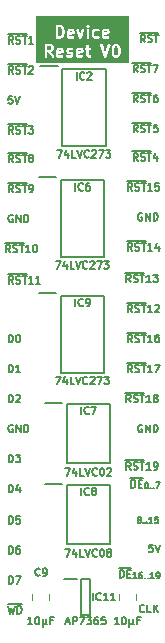
<source format=gbr>
%TF.GenerationSoftware,KiCad,Pcbnew,7.0.5*%
%TF.CreationDate,2023-12-15T16:36:39+02:00*%
%TF.ProjectId,HCP65 Device Reset,48435036-3520-4446-9576-696365205265,rev?*%
%TF.SameCoordinates,Original*%
%TF.FileFunction,Legend,Top*%
%TF.FilePolarity,Positive*%
%FSLAX46Y46*%
G04 Gerber Fmt 4.6, Leading zero omitted, Abs format (unit mm)*
G04 Created by KiCad (PCBNEW 7.0.5) date 2023-12-15 16:36:39*
%MOMM*%
%LPD*%
G01*
G04 APERTURE LIST*
%ADD10C,0.150000*%
%ADD11C,0.200000*%
%ADD12C,0.120000*%
G04 APERTURE END LIST*
D10*
X99275791Y-71405963D02*
X99064124Y-71103582D01*
X98912934Y-71405963D02*
X98912934Y-70770963D01*
X98912934Y-70770963D02*
X99154839Y-70770963D01*
X99154839Y-70770963D02*
X99215315Y-70801201D01*
X99215315Y-70801201D02*
X99245553Y-70831439D01*
X99245553Y-70831439D02*
X99275791Y-70891915D01*
X99275791Y-70891915D02*
X99275791Y-70982629D01*
X99275791Y-70982629D02*
X99245553Y-71043105D01*
X99245553Y-71043105D02*
X99215315Y-71073344D01*
X99215315Y-71073344D02*
X99154839Y-71103582D01*
X99154839Y-71103582D02*
X98912934Y-71103582D01*
X99517696Y-71375725D02*
X99608410Y-71405963D01*
X99608410Y-71405963D02*
X99759601Y-71405963D01*
X99759601Y-71405963D02*
X99820077Y-71375725D01*
X99820077Y-71375725D02*
X99850315Y-71345486D01*
X99850315Y-71345486D02*
X99880553Y-71285010D01*
X99880553Y-71285010D02*
X99880553Y-71224534D01*
X99880553Y-71224534D02*
X99850315Y-71164058D01*
X99850315Y-71164058D02*
X99820077Y-71133820D01*
X99820077Y-71133820D02*
X99759601Y-71103582D01*
X99759601Y-71103582D02*
X99638648Y-71073344D01*
X99638648Y-71073344D02*
X99578172Y-71043105D01*
X99578172Y-71043105D02*
X99547934Y-71012867D01*
X99547934Y-71012867D02*
X99517696Y-70952391D01*
X99517696Y-70952391D02*
X99517696Y-70891915D01*
X99517696Y-70891915D02*
X99547934Y-70831439D01*
X99547934Y-70831439D02*
X99578172Y-70801201D01*
X99578172Y-70801201D02*
X99638648Y-70770963D01*
X99638648Y-70770963D02*
X99789839Y-70770963D01*
X99789839Y-70770963D02*
X99880553Y-70801201D01*
X100061982Y-70770963D02*
X100424839Y-70770963D01*
X100243410Y-71405963D02*
X100243410Y-70770963D01*
X98825244Y-70594675D02*
X100421816Y-70594675D01*
X87752874Y-99345963D02*
X87752874Y-98710963D01*
X87752874Y-98710963D02*
X87904064Y-98710963D01*
X87904064Y-98710963D02*
X87994779Y-98741201D01*
X87994779Y-98741201D02*
X88055255Y-98801677D01*
X88055255Y-98801677D02*
X88085493Y-98862153D01*
X88085493Y-98862153D02*
X88115731Y-98983105D01*
X88115731Y-98983105D02*
X88115731Y-99073820D01*
X88115731Y-99073820D02*
X88085493Y-99194772D01*
X88085493Y-99194772D02*
X88055255Y-99255248D01*
X88055255Y-99255248D02*
X87994779Y-99315725D01*
X87994779Y-99315725D02*
X87904064Y-99345963D01*
X87904064Y-99345963D02*
X87752874Y-99345963D01*
X88720493Y-99345963D02*
X88357636Y-99345963D01*
X88539064Y-99345963D02*
X88539064Y-98710963D01*
X88539064Y-98710963D02*
X88478588Y-98801677D01*
X88478588Y-98801677D02*
X88418112Y-98862153D01*
X88418112Y-98862153D02*
X88357636Y-98892391D01*
X98671029Y-76485963D02*
X98459362Y-76183582D01*
X98308172Y-76485963D02*
X98308172Y-75850963D01*
X98308172Y-75850963D02*
X98550077Y-75850963D01*
X98550077Y-75850963D02*
X98610553Y-75881201D01*
X98610553Y-75881201D02*
X98640791Y-75911439D01*
X98640791Y-75911439D02*
X98671029Y-75971915D01*
X98671029Y-75971915D02*
X98671029Y-76062629D01*
X98671029Y-76062629D02*
X98640791Y-76123105D01*
X98640791Y-76123105D02*
X98610553Y-76153344D01*
X98610553Y-76153344D02*
X98550077Y-76183582D01*
X98550077Y-76183582D02*
X98308172Y-76183582D01*
X98912934Y-76455725D02*
X99003648Y-76485963D01*
X99003648Y-76485963D02*
X99154839Y-76485963D01*
X99154839Y-76485963D02*
X99215315Y-76455725D01*
X99215315Y-76455725D02*
X99245553Y-76425486D01*
X99245553Y-76425486D02*
X99275791Y-76365010D01*
X99275791Y-76365010D02*
X99275791Y-76304534D01*
X99275791Y-76304534D02*
X99245553Y-76244058D01*
X99245553Y-76244058D02*
X99215315Y-76213820D01*
X99215315Y-76213820D02*
X99154839Y-76183582D01*
X99154839Y-76183582D02*
X99033886Y-76153344D01*
X99033886Y-76153344D02*
X98973410Y-76123105D01*
X98973410Y-76123105D02*
X98943172Y-76092867D01*
X98943172Y-76092867D02*
X98912934Y-76032391D01*
X98912934Y-76032391D02*
X98912934Y-75971915D01*
X98912934Y-75971915D02*
X98943172Y-75911439D01*
X98943172Y-75911439D02*
X98973410Y-75881201D01*
X98973410Y-75881201D02*
X99033886Y-75850963D01*
X99033886Y-75850963D02*
X99185077Y-75850963D01*
X99185077Y-75850963D02*
X99275791Y-75881201D01*
X99457220Y-75850963D02*
X99820077Y-75850963D01*
X99638648Y-76485963D02*
X99638648Y-75850963D01*
X98220482Y-75674675D02*
X99817054Y-75674675D01*
X100303887Y-75850963D02*
X100182934Y-75850963D01*
X100182934Y-75850963D02*
X100122458Y-75881201D01*
X100122458Y-75881201D02*
X100092220Y-75911439D01*
X100092220Y-75911439D02*
X100031744Y-76002153D01*
X100031744Y-76002153D02*
X100001506Y-76123105D01*
X100001506Y-76123105D02*
X100001506Y-76365010D01*
X100001506Y-76365010D02*
X100031744Y-76425486D01*
X100031744Y-76425486D02*
X100061982Y-76455725D01*
X100061982Y-76455725D02*
X100122458Y-76485963D01*
X100122458Y-76485963D02*
X100243411Y-76485963D01*
X100243411Y-76485963D02*
X100303887Y-76455725D01*
X100303887Y-76455725D02*
X100334125Y-76425486D01*
X100334125Y-76425486D02*
X100364363Y-76365010D01*
X100364363Y-76365010D02*
X100364363Y-76213820D01*
X100364363Y-76213820D02*
X100334125Y-76153344D01*
X100334125Y-76153344D02*
X100303887Y-76123105D01*
X100303887Y-76123105D02*
X100243411Y-76092867D01*
X100243411Y-76092867D02*
X100122458Y-76092867D01*
X100122458Y-76092867D02*
X100061982Y-76123105D01*
X100061982Y-76123105D02*
X100031744Y-76153344D01*
X100031744Y-76153344D02*
X100001506Y-76213820D01*
X98193267Y-89058963D02*
X97981600Y-88756582D01*
X97830410Y-89058963D02*
X97830410Y-88423963D01*
X97830410Y-88423963D02*
X98072315Y-88423963D01*
X98072315Y-88423963D02*
X98132791Y-88454201D01*
X98132791Y-88454201D02*
X98163029Y-88484439D01*
X98163029Y-88484439D02*
X98193267Y-88544915D01*
X98193267Y-88544915D02*
X98193267Y-88635629D01*
X98193267Y-88635629D02*
X98163029Y-88696105D01*
X98163029Y-88696105D02*
X98132791Y-88726344D01*
X98132791Y-88726344D02*
X98072315Y-88756582D01*
X98072315Y-88756582D02*
X97830410Y-88756582D01*
X98435172Y-89028725D02*
X98525886Y-89058963D01*
X98525886Y-89058963D02*
X98677077Y-89058963D01*
X98677077Y-89058963D02*
X98737553Y-89028725D01*
X98737553Y-89028725D02*
X98767791Y-88998486D01*
X98767791Y-88998486D02*
X98798029Y-88938010D01*
X98798029Y-88938010D02*
X98798029Y-88877534D01*
X98798029Y-88877534D02*
X98767791Y-88817058D01*
X98767791Y-88817058D02*
X98737553Y-88786820D01*
X98737553Y-88786820D02*
X98677077Y-88756582D01*
X98677077Y-88756582D02*
X98556124Y-88726344D01*
X98556124Y-88726344D02*
X98495648Y-88696105D01*
X98495648Y-88696105D02*
X98465410Y-88665867D01*
X98465410Y-88665867D02*
X98435172Y-88605391D01*
X98435172Y-88605391D02*
X98435172Y-88544915D01*
X98435172Y-88544915D02*
X98465410Y-88484439D01*
X98465410Y-88484439D02*
X98495648Y-88454201D01*
X98495648Y-88454201D02*
X98556124Y-88423963D01*
X98556124Y-88423963D02*
X98707315Y-88423963D01*
X98707315Y-88423963D02*
X98798029Y-88454201D01*
X98979458Y-88423963D02*
X99342315Y-88423963D01*
X99160886Y-89058963D02*
X99160886Y-88423963D01*
X97742720Y-88247675D02*
X99339292Y-88247675D01*
X99886601Y-89058963D02*
X99523744Y-89058963D01*
X99705172Y-89058963D02*
X99705172Y-88423963D01*
X99705172Y-88423963D02*
X99644696Y-88514677D01*
X99644696Y-88514677D02*
X99584220Y-88575153D01*
X99584220Y-88575153D02*
X99523744Y-88605391D01*
X100430887Y-88635629D02*
X100430887Y-89058963D01*
X100279696Y-88393725D02*
X100128506Y-88847296D01*
X100128506Y-88847296D02*
X100521601Y-88847296D01*
X88115731Y-81565963D02*
X87904064Y-81263582D01*
X87752874Y-81565963D02*
X87752874Y-80930963D01*
X87752874Y-80930963D02*
X87994779Y-80930963D01*
X87994779Y-80930963D02*
X88055255Y-80961201D01*
X88055255Y-80961201D02*
X88085493Y-80991439D01*
X88085493Y-80991439D02*
X88115731Y-81051915D01*
X88115731Y-81051915D02*
X88115731Y-81142629D01*
X88115731Y-81142629D02*
X88085493Y-81203105D01*
X88085493Y-81203105D02*
X88055255Y-81233344D01*
X88055255Y-81233344D02*
X87994779Y-81263582D01*
X87994779Y-81263582D02*
X87752874Y-81263582D01*
X88357636Y-81535725D02*
X88448350Y-81565963D01*
X88448350Y-81565963D02*
X88599541Y-81565963D01*
X88599541Y-81565963D02*
X88660017Y-81535725D01*
X88660017Y-81535725D02*
X88690255Y-81505486D01*
X88690255Y-81505486D02*
X88720493Y-81445010D01*
X88720493Y-81445010D02*
X88720493Y-81384534D01*
X88720493Y-81384534D02*
X88690255Y-81324058D01*
X88690255Y-81324058D02*
X88660017Y-81293820D01*
X88660017Y-81293820D02*
X88599541Y-81263582D01*
X88599541Y-81263582D02*
X88478588Y-81233344D01*
X88478588Y-81233344D02*
X88418112Y-81203105D01*
X88418112Y-81203105D02*
X88387874Y-81172867D01*
X88387874Y-81172867D02*
X88357636Y-81112391D01*
X88357636Y-81112391D02*
X88357636Y-81051915D01*
X88357636Y-81051915D02*
X88387874Y-80991439D01*
X88387874Y-80991439D02*
X88418112Y-80961201D01*
X88418112Y-80961201D02*
X88478588Y-80930963D01*
X88478588Y-80930963D02*
X88629779Y-80930963D01*
X88629779Y-80930963D02*
X88720493Y-80961201D01*
X88901922Y-80930963D02*
X89264779Y-80930963D01*
X89083350Y-81565963D02*
X89083350Y-80930963D01*
X87665184Y-80754675D02*
X89261756Y-80754675D01*
X89567160Y-81203105D02*
X89506684Y-81172867D01*
X89506684Y-81172867D02*
X89476446Y-81142629D01*
X89476446Y-81142629D02*
X89446208Y-81082153D01*
X89446208Y-81082153D02*
X89446208Y-81051915D01*
X89446208Y-81051915D02*
X89476446Y-80991439D01*
X89476446Y-80991439D02*
X89506684Y-80961201D01*
X89506684Y-80961201D02*
X89567160Y-80930963D01*
X89567160Y-80930963D02*
X89688113Y-80930963D01*
X89688113Y-80930963D02*
X89748589Y-80961201D01*
X89748589Y-80961201D02*
X89778827Y-80991439D01*
X89778827Y-80991439D02*
X89809065Y-81051915D01*
X89809065Y-81051915D02*
X89809065Y-81082153D01*
X89809065Y-81082153D02*
X89778827Y-81142629D01*
X89778827Y-81142629D02*
X89748589Y-81172867D01*
X89748589Y-81172867D02*
X89688113Y-81203105D01*
X89688113Y-81203105D02*
X89567160Y-81203105D01*
X89567160Y-81203105D02*
X89506684Y-81233344D01*
X89506684Y-81233344D02*
X89476446Y-81263582D01*
X89476446Y-81263582D02*
X89446208Y-81324058D01*
X89446208Y-81324058D02*
X89446208Y-81445010D01*
X89446208Y-81445010D02*
X89476446Y-81505486D01*
X89476446Y-81505486D02*
X89506684Y-81535725D01*
X89506684Y-81535725D02*
X89567160Y-81565963D01*
X89567160Y-81565963D02*
X89688113Y-81565963D01*
X89688113Y-81565963D02*
X89748589Y-81535725D01*
X89748589Y-81535725D02*
X89778827Y-81505486D01*
X89778827Y-81505486D02*
X89809065Y-81445010D01*
X89809065Y-81445010D02*
X89809065Y-81324058D01*
X89809065Y-81324058D02*
X89778827Y-81263582D01*
X89778827Y-81263582D02*
X89748589Y-81233344D01*
X89748589Y-81233344D02*
X89688113Y-81203105D01*
X88115731Y-71532963D02*
X87904064Y-71230582D01*
X87752874Y-71532963D02*
X87752874Y-70897963D01*
X87752874Y-70897963D02*
X87994779Y-70897963D01*
X87994779Y-70897963D02*
X88055255Y-70928201D01*
X88055255Y-70928201D02*
X88085493Y-70958439D01*
X88085493Y-70958439D02*
X88115731Y-71018915D01*
X88115731Y-71018915D02*
X88115731Y-71109629D01*
X88115731Y-71109629D02*
X88085493Y-71170105D01*
X88085493Y-71170105D02*
X88055255Y-71200344D01*
X88055255Y-71200344D02*
X87994779Y-71230582D01*
X87994779Y-71230582D02*
X87752874Y-71230582D01*
X88357636Y-71502725D02*
X88448350Y-71532963D01*
X88448350Y-71532963D02*
X88599541Y-71532963D01*
X88599541Y-71532963D02*
X88660017Y-71502725D01*
X88660017Y-71502725D02*
X88690255Y-71472486D01*
X88690255Y-71472486D02*
X88720493Y-71412010D01*
X88720493Y-71412010D02*
X88720493Y-71351534D01*
X88720493Y-71351534D02*
X88690255Y-71291058D01*
X88690255Y-71291058D02*
X88660017Y-71260820D01*
X88660017Y-71260820D02*
X88599541Y-71230582D01*
X88599541Y-71230582D02*
X88478588Y-71200344D01*
X88478588Y-71200344D02*
X88418112Y-71170105D01*
X88418112Y-71170105D02*
X88387874Y-71139867D01*
X88387874Y-71139867D02*
X88357636Y-71079391D01*
X88357636Y-71079391D02*
X88357636Y-71018915D01*
X88357636Y-71018915D02*
X88387874Y-70958439D01*
X88387874Y-70958439D02*
X88418112Y-70928201D01*
X88418112Y-70928201D02*
X88478588Y-70897963D01*
X88478588Y-70897963D02*
X88629779Y-70897963D01*
X88629779Y-70897963D02*
X88720493Y-70928201D01*
X88901922Y-70897963D02*
X89264779Y-70897963D01*
X89083350Y-71532963D02*
X89083350Y-70897963D01*
X87665184Y-70721675D02*
X89261756Y-70721675D01*
X89809065Y-71532963D02*
X89446208Y-71532963D01*
X89627636Y-71532963D02*
X89627636Y-70897963D01*
X89627636Y-70897963D02*
X89567160Y-70988677D01*
X89567160Y-70988677D02*
X89506684Y-71049153D01*
X89506684Y-71049153D02*
X89446208Y-71079391D01*
X88085493Y-86041201D02*
X88025017Y-86010963D01*
X88025017Y-86010963D02*
X87934303Y-86010963D01*
X87934303Y-86010963D02*
X87843588Y-86041201D01*
X87843588Y-86041201D02*
X87783112Y-86101677D01*
X87783112Y-86101677D02*
X87752874Y-86162153D01*
X87752874Y-86162153D02*
X87722636Y-86283105D01*
X87722636Y-86283105D02*
X87722636Y-86373820D01*
X87722636Y-86373820D02*
X87752874Y-86494772D01*
X87752874Y-86494772D02*
X87783112Y-86555248D01*
X87783112Y-86555248D02*
X87843588Y-86615725D01*
X87843588Y-86615725D02*
X87934303Y-86645963D01*
X87934303Y-86645963D02*
X87994779Y-86645963D01*
X87994779Y-86645963D02*
X88085493Y-86615725D01*
X88085493Y-86615725D02*
X88115731Y-86585486D01*
X88115731Y-86585486D02*
X88115731Y-86373820D01*
X88115731Y-86373820D02*
X87994779Y-86373820D01*
X88387874Y-86645963D02*
X88387874Y-86010963D01*
X88387874Y-86010963D02*
X88750731Y-86645963D01*
X88750731Y-86645963D02*
X88750731Y-86010963D01*
X89053112Y-86645963D02*
X89053112Y-86010963D01*
X89053112Y-86010963D02*
X89204302Y-86010963D01*
X89204302Y-86010963D02*
X89295017Y-86041201D01*
X89295017Y-86041201D02*
X89355493Y-86101677D01*
X89355493Y-86101677D02*
X89385731Y-86162153D01*
X89385731Y-86162153D02*
X89415969Y-86283105D01*
X89415969Y-86283105D02*
X89415969Y-86373820D01*
X89415969Y-86373820D02*
X89385731Y-86494772D01*
X89385731Y-86494772D02*
X89355493Y-86555248D01*
X89355493Y-86555248D02*
X89295017Y-86615725D01*
X89295017Y-86615725D02*
X89204302Y-86645963D01*
X89204302Y-86645963D02*
X89053112Y-86645963D01*
X98671029Y-73945963D02*
X98459362Y-73643582D01*
X98308172Y-73945963D02*
X98308172Y-73310963D01*
X98308172Y-73310963D02*
X98550077Y-73310963D01*
X98550077Y-73310963D02*
X98610553Y-73341201D01*
X98610553Y-73341201D02*
X98640791Y-73371439D01*
X98640791Y-73371439D02*
X98671029Y-73431915D01*
X98671029Y-73431915D02*
X98671029Y-73522629D01*
X98671029Y-73522629D02*
X98640791Y-73583105D01*
X98640791Y-73583105D02*
X98610553Y-73613344D01*
X98610553Y-73613344D02*
X98550077Y-73643582D01*
X98550077Y-73643582D02*
X98308172Y-73643582D01*
X98912934Y-73915725D02*
X99003648Y-73945963D01*
X99003648Y-73945963D02*
X99154839Y-73945963D01*
X99154839Y-73945963D02*
X99215315Y-73915725D01*
X99215315Y-73915725D02*
X99245553Y-73885486D01*
X99245553Y-73885486D02*
X99275791Y-73825010D01*
X99275791Y-73825010D02*
X99275791Y-73764534D01*
X99275791Y-73764534D02*
X99245553Y-73704058D01*
X99245553Y-73704058D02*
X99215315Y-73673820D01*
X99215315Y-73673820D02*
X99154839Y-73643582D01*
X99154839Y-73643582D02*
X99033886Y-73613344D01*
X99033886Y-73613344D02*
X98973410Y-73583105D01*
X98973410Y-73583105D02*
X98943172Y-73552867D01*
X98943172Y-73552867D02*
X98912934Y-73492391D01*
X98912934Y-73492391D02*
X98912934Y-73431915D01*
X98912934Y-73431915D02*
X98943172Y-73371439D01*
X98943172Y-73371439D02*
X98973410Y-73341201D01*
X98973410Y-73341201D02*
X99033886Y-73310963D01*
X99033886Y-73310963D02*
X99185077Y-73310963D01*
X99185077Y-73310963D02*
X99275791Y-73341201D01*
X99457220Y-73310963D02*
X99820077Y-73310963D01*
X99638648Y-73945963D02*
X99638648Y-73310963D01*
X98220482Y-73134675D02*
X99817054Y-73134675D01*
X99971268Y-73310963D02*
X100394601Y-73310963D01*
X100394601Y-73310963D02*
X100122458Y-73945963D01*
X98743599Y-111825829D02*
X98695218Y-111801639D01*
X98695218Y-111801639D02*
X98671028Y-111777448D01*
X98671028Y-111777448D02*
X98646837Y-111729067D01*
X98646837Y-111729067D02*
X98646837Y-111704877D01*
X98646837Y-111704877D02*
X98671028Y-111656496D01*
X98671028Y-111656496D02*
X98695218Y-111632305D01*
X98695218Y-111632305D02*
X98743599Y-111608115D01*
X98743599Y-111608115D02*
X98840361Y-111608115D01*
X98840361Y-111608115D02*
X98888742Y-111632305D01*
X98888742Y-111632305D02*
X98912933Y-111656496D01*
X98912933Y-111656496D02*
X98937123Y-111704877D01*
X98937123Y-111704877D02*
X98937123Y-111729067D01*
X98937123Y-111729067D02*
X98912933Y-111777448D01*
X98912933Y-111777448D02*
X98888742Y-111801639D01*
X98888742Y-111801639D02*
X98840361Y-111825829D01*
X98840361Y-111825829D02*
X98743599Y-111825829D01*
X98743599Y-111825829D02*
X98695218Y-111850020D01*
X98695218Y-111850020D02*
X98671028Y-111874210D01*
X98671028Y-111874210D02*
X98646837Y-111922591D01*
X98646837Y-111922591D02*
X98646837Y-112019353D01*
X98646837Y-112019353D02*
X98671028Y-112067734D01*
X98671028Y-112067734D02*
X98695218Y-112091925D01*
X98695218Y-112091925D02*
X98743599Y-112116115D01*
X98743599Y-112116115D02*
X98840361Y-112116115D01*
X98840361Y-112116115D02*
X98888742Y-112091925D01*
X98888742Y-112091925D02*
X98912933Y-112067734D01*
X98912933Y-112067734D02*
X98937123Y-112019353D01*
X98937123Y-112019353D02*
X98937123Y-111922591D01*
X98937123Y-111922591D02*
X98912933Y-111874210D01*
X98912933Y-111874210D02*
X98888742Y-111850020D01*
X98888742Y-111850020D02*
X98840361Y-111825829D01*
X99154838Y-112067734D02*
X99179028Y-112091925D01*
X99179028Y-112091925D02*
X99154838Y-112116115D01*
X99154838Y-112116115D02*
X99130647Y-112091925D01*
X99130647Y-112091925D02*
X99154838Y-112067734D01*
X99154838Y-112067734D02*
X99154838Y-112116115D01*
X99396743Y-112067734D02*
X99420933Y-112091925D01*
X99420933Y-112091925D02*
X99396743Y-112116115D01*
X99396743Y-112116115D02*
X99372552Y-112091925D01*
X99372552Y-112091925D02*
X99396743Y-112067734D01*
X99396743Y-112067734D02*
X99396743Y-112116115D01*
X99904743Y-112116115D02*
X99614457Y-112116115D01*
X99759600Y-112116115D02*
X99759600Y-111608115D01*
X99759600Y-111608115D02*
X99711219Y-111680686D01*
X99711219Y-111680686D02*
X99662838Y-111729067D01*
X99662838Y-111729067D02*
X99614457Y-111753258D01*
X100364363Y-111608115D02*
X100122458Y-111608115D01*
X100122458Y-111608115D02*
X100098267Y-111850020D01*
X100098267Y-111850020D02*
X100122458Y-111825829D01*
X100122458Y-111825829D02*
X100170839Y-111801639D01*
X100170839Y-111801639D02*
X100291791Y-111801639D01*
X100291791Y-111801639D02*
X100340172Y-111825829D01*
X100340172Y-111825829D02*
X100364363Y-111850020D01*
X100364363Y-111850020D02*
X100388553Y-111898401D01*
X100388553Y-111898401D02*
X100388553Y-112019353D01*
X100388553Y-112019353D02*
X100364363Y-112067734D01*
X100364363Y-112067734D02*
X100340172Y-112091925D01*
X100340172Y-112091925D02*
X100291791Y-112116115D01*
X100291791Y-112116115D02*
X100170839Y-112116115D01*
X100170839Y-112116115D02*
X100122458Y-112091925D01*
X100122458Y-112091925D02*
X100098267Y-112067734D01*
X98671029Y-81438963D02*
X98459362Y-81136582D01*
X98308172Y-81438963D02*
X98308172Y-80803963D01*
X98308172Y-80803963D02*
X98550077Y-80803963D01*
X98550077Y-80803963D02*
X98610553Y-80834201D01*
X98610553Y-80834201D02*
X98640791Y-80864439D01*
X98640791Y-80864439D02*
X98671029Y-80924915D01*
X98671029Y-80924915D02*
X98671029Y-81015629D01*
X98671029Y-81015629D02*
X98640791Y-81076105D01*
X98640791Y-81076105D02*
X98610553Y-81106344D01*
X98610553Y-81106344D02*
X98550077Y-81136582D01*
X98550077Y-81136582D02*
X98308172Y-81136582D01*
X98912934Y-81408725D02*
X99003648Y-81438963D01*
X99003648Y-81438963D02*
X99154839Y-81438963D01*
X99154839Y-81438963D02*
X99215315Y-81408725D01*
X99215315Y-81408725D02*
X99245553Y-81378486D01*
X99245553Y-81378486D02*
X99275791Y-81318010D01*
X99275791Y-81318010D02*
X99275791Y-81257534D01*
X99275791Y-81257534D02*
X99245553Y-81197058D01*
X99245553Y-81197058D02*
X99215315Y-81166820D01*
X99215315Y-81166820D02*
X99154839Y-81136582D01*
X99154839Y-81136582D02*
X99033886Y-81106344D01*
X99033886Y-81106344D02*
X98973410Y-81076105D01*
X98973410Y-81076105D02*
X98943172Y-81045867D01*
X98943172Y-81045867D02*
X98912934Y-80985391D01*
X98912934Y-80985391D02*
X98912934Y-80924915D01*
X98912934Y-80924915D02*
X98943172Y-80864439D01*
X98943172Y-80864439D02*
X98973410Y-80834201D01*
X98973410Y-80834201D02*
X99033886Y-80803963D01*
X99033886Y-80803963D02*
X99185077Y-80803963D01*
X99185077Y-80803963D02*
X99275791Y-80834201D01*
X99457220Y-80803963D02*
X99820077Y-80803963D01*
X99638648Y-81438963D02*
X99638648Y-80803963D01*
X98220482Y-80627675D02*
X99817054Y-80627675D01*
X100303887Y-81015629D02*
X100303887Y-81438963D01*
X100152696Y-80773725D02*
X100001506Y-81227296D01*
X100001506Y-81227296D02*
X100394601Y-81227296D01*
X98193267Y-83978963D02*
X97981600Y-83676582D01*
X97830410Y-83978963D02*
X97830410Y-83343963D01*
X97830410Y-83343963D02*
X98072315Y-83343963D01*
X98072315Y-83343963D02*
X98132791Y-83374201D01*
X98132791Y-83374201D02*
X98163029Y-83404439D01*
X98163029Y-83404439D02*
X98193267Y-83464915D01*
X98193267Y-83464915D02*
X98193267Y-83555629D01*
X98193267Y-83555629D02*
X98163029Y-83616105D01*
X98163029Y-83616105D02*
X98132791Y-83646344D01*
X98132791Y-83646344D02*
X98072315Y-83676582D01*
X98072315Y-83676582D02*
X97830410Y-83676582D01*
X98435172Y-83948725D02*
X98525886Y-83978963D01*
X98525886Y-83978963D02*
X98677077Y-83978963D01*
X98677077Y-83978963D02*
X98737553Y-83948725D01*
X98737553Y-83948725D02*
X98767791Y-83918486D01*
X98767791Y-83918486D02*
X98798029Y-83858010D01*
X98798029Y-83858010D02*
X98798029Y-83797534D01*
X98798029Y-83797534D02*
X98767791Y-83737058D01*
X98767791Y-83737058D02*
X98737553Y-83706820D01*
X98737553Y-83706820D02*
X98677077Y-83676582D01*
X98677077Y-83676582D02*
X98556124Y-83646344D01*
X98556124Y-83646344D02*
X98495648Y-83616105D01*
X98495648Y-83616105D02*
X98465410Y-83585867D01*
X98465410Y-83585867D02*
X98435172Y-83525391D01*
X98435172Y-83525391D02*
X98435172Y-83464915D01*
X98435172Y-83464915D02*
X98465410Y-83404439D01*
X98465410Y-83404439D02*
X98495648Y-83374201D01*
X98495648Y-83374201D02*
X98556124Y-83343963D01*
X98556124Y-83343963D02*
X98707315Y-83343963D01*
X98707315Y-83343963D02*
X98798029Y-83374201D01*
X98979458Y-83343963D02*
X99342315Y-83343963D01*
X99160886Y-83978963D02*
X99160886Y-83343963D01*
X97742720Y-83167675D02*
X99339292Y-83167675D01*
X99886601Y-83978963D02*
X99523744Y-83978963D01*
X99705172Y-83978963D02*
X99705172Y-83343963D01*
X99705172Y-83343963D02*
X99644696Y-83434677D01*
X99644696Y-83434677D02*
X99584220Y-83495153D01*
X99584220Y-83495153D02*
X99523744Y-83525391D01*
X100461125Y-83343963D02*
X100158744Y-83343963D01*
X100158744Y-83343963D02*
X100128506Y-83646344D01*
X100128506Y-83646344D02*
X100158744Y-83616105D01*
X100158744Y-83616105D02*
X100219220Y-83585867D01*
X100219220Y-83585867D02*
X100370411Y-83585867D01*
X100370411Y-83585867D02*
X100430887Y-83616105D01*
X100430887Y-83616105D02*
X100461125Y-83646344D01*
X100461125Y-83646344D02*
X100491363Y-83706820D01*
X100491363Y-83706820D02*
X100491363Y-83858010D01*
X100491363Y-83858010D02*
X100461125Y-83918486D01*
X100461125Y-83918486D02*
X100430887Y-83948725D01*
X100430887Y-83948725D02*
X100370411Y-83978963D01*
X100370411Y-83978963D02*
X100219220Y-83978963D01*
X100219220Y-83978963D02*
X100158744Y-83948725D01*
X100158744Y-83948725D02*
X100128506Y-83918486D01*
X98193267Y-94265963D02*
X97981600Y-93963582D01*
X97830410Y-94265963D02*
X97830410Y-93630963D01*
X97830410Y-93630963D02*
X98072315Y-93630963D01*
X98072315Y-93630963D02*
X98132791Y-93661201D01*
X98132791Y-93661201D02*
X98163029Y-93691439D01*
X98163029Y-93691439D02*
X98193267Y-93751915D01*
X98193267Y-93751915D02*
X98193267Y-93842629D01*
X98193267Y-93842629D02*
X98163029Y-93903105D01*
X98163029Y-93903105D02*
X98132791Y-93933344D01*
X98132791Y-93933344D02*
X98072315Y-93963582D01*
X98072315Y-93963582D02*
X97830410Y-93963582D01*
X98435172Y-94235725D02*
X98525886Y-94265963D01*
X98525886Y-94265963D02*
X98677077Y-94265963D01*
X98677077Y-94265963D02*
X98737553Y-94235725D01*
X98737553Y-94235725D02*
X98767791Y-94205486D01*
X98767791Y-94205486D02*
X98798029Y-94145010D01*
X98798029Y-94145010D02*
X98798029Y-94084534D01*
X98798029Y-94084534D02*
X98767791Y-94024058D01*
X98767791Y-94024058D02*
X98737553Y-93993820D01*
X98737553Y-93993820D02*
X98677077Y-93963582D01*
X98677077Y-93963582D02*
X98556124Y-93933344D01*
X98556124Y-93933344D02*
X98495648Y-93903105D01*
X98495648Y-93903105D02*
X98465410Y-93872867D01*
X98465410Y-93872867D02*
X98435172Y-93812391D01*
X98435172Y-93812391D02*
X98435172Y-93751915D01*
X98435172Y-93751915D02*
X98465410Y-93691439D01*
X98465410Y-93691439D02*
X98495648Y-93661201D01*
X98495648Y-93661201D02*
X98556124Y-93630963D01*
X98556124Y-93630963D02*
X98707315Y-93630963D01*
X98707315Y-93630963D02*
X98798029Y-93661201D01*
X98979458Y-93630963D02*
X99342315Y-93630963D01*
X99160886Y-94265963D02*
X99160886Y-93630963D01*
X97742720Y-93454675D02*
X99339292Y-93454675D01*
X99886601Y-94265963D02*
X99523744Y-94265963D01*
X99705172Y-94265963D02*
X99705172Y-93630963D01*
X99705172Y-93630963D02*
X99644696Y-93721677D01*
X99644696Y-93721677D02*
X99584220Y-93782153D01*
X99584220Y-93782153D02*
X99523744Y-93812391D01*
X100128506Y-93691439D02*
X100158744Y-93661201D01*
X100158744Y-93661201D02*
X100219220Y-93630963D01*
X100219220Y-93630963D02*
X100370411Y-93630963D01*
X100370411Y-93630963D02*
X100430887Y-93661201D01*
X100430887Y-93661201D02*
X100461125Y-93691439D01*
X100461125Y-93691439D02*
X100491363Y-93751915D01*
X100491363Y-93751915D02*
X100491363Y-93812391D01*
X100491363Y-93812391D02*
X100461125Y-93903105D01*
X100461125Y-93903105D02*
X100098268Y-94265963D01*
X100098268Y-94265963D02*
X100491363Y-94265963D01*
X98671029Y-79025963D02*
X98459362Y-78723582D01*
X98308172Y-79025963D02*
X98308172Y-78390963D01*
X98308172Y-78390963D02*
X98550077Y-78390963D01*
X98550077Y-78390963D02*
X98610553Y-78421201D01*
X98610553Y-78421201D02*
X98640791Y-78451439D01*
X98640791Y-78451439D02*
X98671029Y-78511915D01*
X98671029Y-78511915D02*
X98671029Y-78602629D01*
X98671029Y-78602629D02*
X98640791Y-78663105D01*
X98640791Y-78663105D02*
X98610553Y-78693344D01*
X98610553Y-78693344D02*
X98550077Y-78723582D01*
X98550077Y-78723582D02*
X98308172Y-78723582D01*
X98912934Y-78995725D02*
X99003648Y-79025963D01*
X99003648Y-79025963D02*
X99154839Y-79025963D01*
X99154839Y-79025963D02*
X99215315Y-78995725D01*
X99215315Y-78995725D02*
X99245553Y-78965486D01*
X99245553Y-78965486D02*
X99275791Y-78905010D01*
X99275791Y-78905010D02*
X99275791Y-78844534D01*
X99275791Y-78844534D02*
X99245553Y-78784058D01*
X99245553Y-78784058D02*
X99215315Y-78753820D01*
X99215315Y-78753820D02*
X99154839Y-78723582D01*
X99154839Y-78723582D02*
X99033886Y-78693344D01*
X99033886Y-78693344D02*
X98973410Y-78663105D01*
X98973410Y-78663105D02*
X98943172Y-78632867D01*
X98943172Y-78632867D02*
X98912934Y-78572391D01*
X98912934Y-78572391D02*
X98912934Y-78511915D01*
X98912934Y-78511915D02*
X98943172Y-78451439D01*
X98943172Y-78451439D02*
X98973410Y-78421201D01*
X98973410Y-78421201D02*
X99033886Y-78390963D01*
X99033886Y-78390963D02*
X99185077Y-78390963D01*
X99185077Y-78390963D02*
X99275791Y-78421201D01*
X99457220Y-78390963D02*
X99820077Y-78390963D01*
X99638648Y-79025963D02*
X99638648Y-78390963D01*
X98220482Y-78214675D02*
X99817054Y-78214675D01*
X100334125Y-78390963D02*
X100031744Y-78390963D01*
X100031744Y-78390963D02*
X100001506Y-78693344D01*
X100001506Y-78693344D02*
X100031744Y-78663105D01*
X100031744Y-78663105D02*
X100092220Y-78632867D01*
X100092220Y-78632867D02*
X100243411Y-78632867D01*
X100243411Y-78632867D02*
X100303887Y-78663105D01*
X100303887Y-78663105D02*
X100334125Y-78693344D01*
X100334125Y-78693344D02*
X100364363Y-78753820D01*
X100364363Y-78753820D02*
X100364363Y-78905010D01*
X100364363Y-78905010D02*
X100334125Y-78965486D01*
X100334125Y-78965486D02*
X100303887Y-78995725D01*
X100303887Y-78995725D02*
X100243411Y-79025963D01*
X100243411Y-79025963D02*
X100092220Y-79025963D01*
X100092220Y-79025963D02*
X100031744Y-78995725D01*
X100031744Y-78995725D02*
X100001506Y-78965486D01*
X87752874Y-106965963D02*
X87752874Y-106330963D01*
X87752874Y-106330963D02*
X87904064Y-106330963D01*
X87904064Y-106330963D02*
X87994779Y-106361201D01*
X87994779Y-106361201D02*
X88055255Y-106421677D01*
X88055255Y-106421677D02*
X88085493Y-106482153D01*
X88085493Y-106482153D02*
X88115731Y-106603105D01*
X88115731Y-106603105D02*
X88115731Y-106693820D01*
X88115731Y-106693820D02*
X88085493Y-106814772D01*
X88085493Y-106814772D02*
X88055255Y-106875248D01*
X88055255Y-106875248D02*
X87994779Y-106935725D01*
X87994779Y-106935725D02*
X87904064Y-106965963D01*
X87904064Y-106965963D02*
X87752874Y-106965963D01*
X88327398Y-106330963D02*
X88720493Y-106330963D01*
X88720493Y-106330963D02*
X88508826Y-106572867D01*
X88508826Y-106572867D02*
X88599541Y-106572867D01*
X88599541Y-106572867D02*
X88660017Y-106603105D01*
X88660017Y-106603105D02*
X88690255Y-106633344D01*
X88690255Y-106633344D02*
X88720493Y-106693820D01*
X88720493Y-106693820D02*
X88720493Y-106845010D01*
X88720493Y-106845010D02*
X88690255Y-106905486D01*
X88690255Y-106905486D02*
X88660017Y-106935725D01*
X88660017Y-106935725D02*
X88599541Y-106965963D01*
X88599541Y-106965963D02*
X88418112Y-106965963D01*
X88418112Y-106965963D02*
X88357636Y-106935725D01*
X88357636Y-106935725D02*
X88327398Y-106905486D01*
X98102552Y-109124963D02*
X98102552Y-108489963D01*
X98102552Y-108489963D02*
X98253742Y-108489963D01*
X98253742Y-108489963D02*
X98344457Y-108520201D01*
X98344457Y-108520201D02*
X98404933Y-108580677D01*
X98404933Y-108580677D02*
X98435171Y-108641153D01*
X98435171Y-108641153D02*
X98465409Y-108762105D01*
X98465409Y-108762105D02*
X98465409Y-108852820D01*
X98465409Y-108852820D02*
X98435171Y-108973772D01*
X98435171Y-108973772D02*
X98404933Y-109034248D01*
X98404933Y-109034248D02*
X98344457Y-109094725D01*
X98344457Y-109094725D02*
X98253742Y-109124963D01*
X98253742Y-109124963D02*
X98102552Y-109124963D01*
X98737552Y-108792344D02*
X98949219Y-108792344D01*
X99039933Y-109124963D02*
X98737552Y-109124963D01*
X98737552Y-109124963D02*
X98737552Y-108489963D01*
X98737552Y-108489963D02*
X99039933Y-108489963D01*
X98014862Y-108313675D02*
X99097386Y-108313675D01*
X99378600Y-108687115D02*
X99426981Y-108687115D01*
X99426981Y-108687115D02*
X99475362Y-108711305D01*
X99475362Y-108711305D02*
X99499552Y-108735496D01*
X99499552Y-108735496D02*
X99523743Y-108783877D01*
X99523743Y-108783877D02*
X99547933Y-108880639D01*
X99547933Y-108880639D02*
X99547933Y-109001591D01*
X99547933Y-109001591D02*
X99523743Y-109098353D01*
X99523743Y-109098353D02*
X99499552Y-109146734D01*
X99499552Y-109146734D02*
X99475362Y-109170925D01*
X99475362Y-109170925D02*
X99426981Y-109195115D01*
X99426981Y-109195115D02*
X99378600Y-109195115D01*
X99378600Y-109195115D02*
X99330219Y-109170925D01*
X99330219Y-109170925D02*
X99306028Y-109146734D01*
X99306028Y-109146734D02*
X99281838Y-109098353D01*
X99281838Y-109098353D02*
X99257647Y-109001591D01*
X99257647Y-109001591D02*
X99257647Y-108880639D01*
X99257647Y-108880639D02*
X99281838Y-108783877D01*
X99281838Y-108783877D02*
X99306028Y-108735496D01*
X99306028Y-108735496D02*
X99330219Y-108711305D01*
X99330219Y-108711305D02*
X99378600Y-108687115D01*
X99765648Y-109146734D02*
X99789838Y-109170925D01*
X99789838Y-109170925D02*
X99765648Y-109195115D01*
X99765648Y-109195115D02*
X99741457Y-109170925D01*
X99741457Y-109170925D02*
X99765648Y-109146734D01*
X99765648Y-109146734D02*
X99765648Y-109195115D01*
X100007553Y-109146734D02*
X100031743Y-109170925D01*
X100031743Y-109170925D02*
X100007553Y-109195115D01*
X100007553Y-109195115D02*
X99983362Y-109170925D01*
X99983362Y-109170925D02*
X100007553Y-109146734D01*
X100007553Y-109146734D02*
X100007553Y-109195115D01*
X100201077Y-108687115D02*
X100539744Y-108687115D01*
X100539744Y-108687115D02*
X100322029Y-109195115D01*
X99033887Y-103821201D02*
X98973411Y-103790963D01*
X98973411Y-103790963D02*
X98882697Y-103790963D01*
X98882697Y-103790963D02*
X98791982Y-103821201D01*
X98791982Y-103821201D02*
X98731506Y-103881677D01*
X98731506Y-103881677D02*
X98701268Y-103942153D01*
X98701268Y-103942153D02*
X98671030Y-104063105D01*
X98671030Y-104063105D02*
X98671030Y-104153820D01*
X98671030Y-104153820D02*
X98701268Y-104274772D01*
X98701268Y-104274772D02*
X98731506Y-104335248D01*
X98731506Y-104335248D02*
X98791982Y-104395725D01*
X98791982Y-104395725D02*
X98882697Y-104425963D01*
X98882697Y-104425963D02*
X98943173Y-104425963D01*
X98943173Y-104425963D02*
X99033887Y-104395725D01*
X99033887Y-104395725D02*
X99064125Y-104365486D01*
X99064125Y-104365486D02*
X99064125Y-104153820D01*
X99064125Y-104153820D02*
X98943173Y-104153820D01*
X99336268Y-104425963D02*
X99336268Y-103790963D01*
X99336268Y-103790963D02*
X99699125Y-104425963D01*
X99699125Y-104425963D02*
X99699125Y-103790963D01*
X100001506Y-104425963D02*
X100001506Y-103790963D01*
X100001506Y-103790963D02*
X100152696Y-103790963D01*
X100152696Y-103790963D02*
X100243411Y-103821201D01*
X100243411Y-103821201D02*
X100303887Y-103881677D01*
X100303887Y-103881677D02*
X100334125Y-103942153D01*
X100334125Y-103942153D02*
X100364363Y-104063105D01*
X100364363Y-104063105D02*
X100364363Y-104153820D01*
X100364363Y-104153820D02*
X100334125Y-104274772D01*
X100334125Y-104274772D02*
X100303887Y-104335248D01*
X100303887Y-104335248D02*
X100243411Y-104395725D01*
X100243411Y-104395725D02*
X100152696Y-104425963D01*
X100152696Y-104425963D02*
X100001506Y-104425963D01*
X98193267Y-99345963D02*
X97981600Y-99043582D01*
X97830410Y-99345963D02*
X97830410Y-98710963D01*
X97830410Y-98710963D02*
X98072315Y-98710963D01*
X98072315Y-98710963D02*
X98132791Y-98741201D01*
X98132791Y-98741201D02*
X98163029Y-98771439D01*
X98163029Y-98771439D02*
X98193267Y-98831915D01*
X98193267Y-98831915D02*
X98193267Y-98922629D01*
X98193267Y-98922629D02*
X98163029Y-98983105D01*
X98163029Y-98983105D02*
X98132791Y-99013344D01*
X98132791Y-99013344D02*
X98072315Y-99043582D01*
X98072315Y-99043582D02*
X97830410Y-99043582D01*
X98435172Y-99315725D02*
X98525886Y-99345963D01*
X98525886Y-99345963D02*
X98677077Y-99345963D01*
X98677077Y-99345963D02*
X98737553Y-99315725D01*
X98737553Y-99315725D02*
X98767791Y-99285486D01*
X98767791Y-99285486D02*
X98798029Y-99225010D01*
X98798029Y-99225010D02*
X98798029Y-99164534D01*
X98798029Y-99164534D02*
X98767791Y-99104058D01*
X98767791Y-99104058D02*
X98737553Y-99073820D01*
X98737553Y-99073820D02*
X98677077Y-99043582D01*
X98677077Y-99043582D02*
X98556124Y-99013344D01*
X98556124Y-99013344D02*
X98495648Y-98983105D01*
X98495648Y-98983105D02*
X98465410Y-98952867D01*
X98465410Y-98952867D02*
X98435172Y-98892391D01*
X98435172Y-98892391D02*
X98435172Y-98831915D01*
X98435172Y-98831915D02*
X98465410Y-98771439D01*
X98465410Y-98771439D02*
X98495648Y-98741201D01*
X98495648Y-98741201D02*
X98556124Y-98710963D01*
X98556124Y-98710963D02*
X98707315Y-98710963D01*
X98707315Y-98710963D02*
X98798029Y-98741201D01*
X98979458Y-98710963D02*
X99342315Y-98710963D01*
X99160886Y-99345963D02*
X99160886Y-98710963D01*
X97742720Y-98534675D02*
X99339292Y-98534675D01*
X99886601Y-99345963D02*
X99523744Y-99345963D01*
X99705172Y-99345963D02*
X99705172Y-98710963D01*
X99705172Y-98710963D02*
X99644696Y-98801677D01*
X99644696Y-98801677D02*
X99584220Y-98862153D01*
X99584220Y-98862153D02*
X99523744Y-98892391D01*
X100098268Y-98710963D02*
X100521601Y-98710963D01*
X100521601Y-98710963D02*
X100249458Y-99345963D01*
X87752874Y-96805963D02*
X87752874Y-96170963D01*
X87752874Y-96170963D02*
X87904064Y-96170963D01*
X87904064Y-96170963D02*
X87994779Y-96201201D01*
X87994779Y-96201201D02*
X88055255Y-96261677D01*
X88055255Y-96261677D02*
X88085493Y-96322153D01*
X88085493Y-96322153D02*
X88115731Y-96443105D01*
X88115731Y-96443105D02*
X88115731Y-96533820D01*
X88115731Y-96533820D02*
X88085493Y-96654772D01*
X88085493Y-96654772D02*
X88055255Y-96715248D01*
X88055255Y-96715248D02*
X87994779Y-96775725D01*
X87994779Y-96775725D02*
X87904064Y-96805963D01*
X87904064Y-96805963D02*
X87752874Y-96805963D01*
X88508826Y-96170963D02*
X88569303Y-96170963D01*
X88569303Y-96170963D02*
X88629779Y-96201201D01*
X88629779Y-96201201D02*
X88660017Y-96231439D01*
X88660017Y-96231439D02*
X88690255Y-96291915D01*
X88690255Y-96291915D02*
X88720493Y-96412867D01*
X88720493Y-96412867D02*
X88720493Y-96564058D01*
X88720493Y-96564058D02*
X88690255Y-96685010D01*
X88690255Y-96685010D02*
X88660017Y-96745486D01*
X88660017Y-96745486D02*
X88629779Y-96775725D01*
X88629779Y-96775725D02*
X88569303Y-96805963D01*
X88569303Y-96805963D02*
X88508826Y-96805963D01*
X88508826Y-96805963D02*
X88448350Y-96775725D01*
X88448350Y-96775725D02*
X88418112Y-96745486D01*
X88418112Y-96745486D02*
X88387874Y-96685010D01*
X88387874Y-96685010D02*
X88357636Y-96564058D01*
X88357636Y-96564058D02*
X88357636Y-96412867D01*
X88357636Y-96412867D02*
X88387874Y-96291915D01*
X88387874Y-96291915D02*
X88418112Y-96231439D01*
X88418112Y-96231439D02*
X88448350Y-96201201D01*
X88448350Y-96201201D02*
X88508826Y-96170963D01*
X87692398Y-119157963D02*
X87843588Y-119792963D01*
X87843588Y-119792963D02*
X87964541Y-119339391D01*
X87964541Y-119339391D02*
X88085493Y-119792963D01*
X88085493Y-119792963D02*
X88236684Y-119157963D01*
X88478588Y-119792963D02*
X88478588Y-119157963D01*
X88478588Y-119157963D02*
X88629778Y-119157963D01*
X88629778Y-119157963D02*
X88720493Y-119188201D01*
X88720493Y-119188201D02*
X88780969Y-119248677D01*
X88780969Y-119248677D02*
X88811207Y-119309153D01*
X88811207Y-119309153D02*
X88841445Y-119430105D01*
X88841445Y-119430105D02*
X88841445Y-119520820D01*
X88841445Y-119520820D02*
X88811207Y-119641772D01*
X88811207Y-119641772D02*
X88780969Y-119702248D01*
X88780969Y-119702248D02*
X88720493Y-119762725D01*
X88720493Y-119762725D02*
X88629778Y-119792963D01*
X88629778Y-119792963D02*
X88478588Y-119792963D01*
X87665184Y-118981675D02*
X88898898Y-118981675D01*
X98066267Y-91725963D02*
X97854600Y-91423582D01*
X97703410Y-91725963D02*
X97703410Y-91090963D01*
X97703410Y-91090963D02*
X97945315Y-91090963D01*
X97945315Y-91090963D02*
X98005791Y-91121201D01*
X98005791Y-91121201D02*
X98036029Y-91151439D01*
X98036029Y-91151439D02*
X98066267Y-91211915D01*
X98066267Y-91211915D02*
X98066267Y-91302629D01*
X98066267Y-91302629D02*
X98036029Y-91363105D01*
X98036029Y-91363105D02*
X98005791Y-91393344D01*
X98005791Y-91393344D02*
X97945315Y-91423582D01*
X97945315Y-91423582D02*
X97703410Y-91423582D01*
X98308172Y-91695725D02*
X98398886Y-91725963D01*
X98398886Y-91725963D02*
X98550077Y-91725963D01*
X98550077Y-91725963D02*
X98610553Y-91695725D01*
X98610553Y-91695725D02*
X98640791Y-91665486D01*
X98640791Y-91665486D02*
X98671029Y-91605010D01*
X98671029Y-91605010D02*
X98671029Y-91544534D01*
X98671029Y-91544534D02*
X98640791Y-91484058D01*
X98640791Y-91484058D02*
X98610553Y-91453820D01*
X98610553Y-91453820D02*
X98550077Y-91423582D01*
X98550077Y-91423582D02*
X98429124Y-91393344D01*
X98429124Y-91393344D02*
X98368648Y-91363105D01*
X98368648Y-91363105D02*
X98338410Y-91332867D01*
X98338410Y-91332867D02*
X98308172Y-91272391D01*
X98308172Y-91272391D02*
X98308172Y-91211915D01*
X98308172Y-91211915D02*
X98338410Y-91151439D01*
X98338410Y-91151439D02*
X98368648Y-91121201D01*
X98368648Y-91121201D02*
X98429124Y-91090963D01*
X98429124Y-91090963D02*
X98580315Y-91090963D01*
X98580315Y-91090963D02*
X98671029Y-91121201D01*
X98852458Y-91090963D02*
X99215315Y-91090963D01*
X99033886Y-91725963D02*
X99033886Y-91090963D01*
X97615720Y-90914675D02*
X99212292Y-90914675D01*
X99759601Y-91725963D02*
X99396744Y-91725963D01*
X99578172Y-91725963D02*
X99578172Y-91090963D01*
X99578172Y-91090963D02*
X99517696Y-91181677D01*
X99517696Y-91181677D02*
X99457220Y-91242153D01*
X99457220Y-91242153D02*
X99396744Y-91272391D01*
X99971268Y-91090963D02*
X100364363Y-91090963D01*
X100364363Y-91090963D02*
X100152696Y-91332867D01*
X100152696Y-91332867D02*
X100243411Y-91332867D01*
X100243411Y-91332867D02*
X100303887Y-91363105D01*
X100303887Y-91363105D02*
X100334125Y-91393344D01*
X100334125Y-91393344D02*
X100364363Y-91453820D01*
X100364363Y-91453820D02*
X100364363Y-91605010D01*
X100364363Y-91605010D02*
X100334125Y-91665486D01*
X100334125Y-91665486D02*
X100303887Y-91695725D01*
X100303887Y-91695725D02*
X100243411Y-91725963D01*
X100243411Y-91725963D02*
X100061982Y-91725963D01*
X100061982Y-91725963D02*
X100001506Y-91695725D01*
X100001506Y-91695725D02*
X99971268Y-91665486D01*
X88115731Y-84105963D02*
X87904064Y-83803582D01*
X87752874Y-84105963D02*
X87752874Y-83470963D01*
X87752874Y-83470963D02*
X87994779Y-83470963D01*
X87994779Y-83470963D02*
X88055255Y-83501201D01*
X88055255Y-83501201D02*
X88085493Y-83531439D01*
X88085493Y-83531439D02*
X88115731Y-83591915D01*
X88115731Y-83591915D02*
X88115731Y-83682629D01*
X88115731Y-83682629D02*
X88085493Y-83743105D01*
X88085493Y-83743105D02*
X88055255Y-83773344D01*
X88055255Y-83773344D02*
X87994779Y-83803582D01*
X87994779Y-83803582D02*
X87752874Y-83803582D01*
X88357636Y-84075725D02*
X88448350Y-84105963D01*
X88448350Y-84105963D02*
X88599541Y-84105963D01*
X88599541Y-84105963D02*
X88660017Y-84075725D01*
X88660017Y-84075725D02*
X88690255Y-84045486D01*
X88690255Y-84045486D02*
X88720493Y-83985010D01*
X88720493Y-83985010D02*
X88720493Y-83924534D01*
X88720493Y-83924534D02*
X88690255Y-83864058D01*
X88690255Y-83864058D02*
X88660017Y-83833820D01*
X88660017Y-83833820D02*
X88599541Y-83803582D01*
X88599541Y-83803582D02*
X88478588Y-83773344D01*
X88478588Y-83773344D02*
X88418112Y-83743105D01*
X88418112Y-83743105D02*
X88387874Y-83712867D01*
X88387874Y-83712867D02*
X88357636Y-83652391D01*
X88357636Y-83652391D02*
X88357636Y-83591915D01*
X88357636Y-83591915D02*
X88387874Y-83531439D01*
X88387874Y-83531439D02*
X88418112Y-83501201D01*
X88418112Y-83501201D02*
X88478588Y-83470963D01*
X88478588Y-83470963D02*
X88629779Y-83470963D01*
X88629779Y-83470963D02*
X88720493Y-83501201D01*
X88901922Y-83470963D02*
X89264779Y-83470963D01*
X89083350Y-84105963D02*
X89083350Y-83470963D01*
X87665184Y-83294675D02*
X89261756Y-83294675D01*
X89506684Y-84105963D02*
X89627636Y-84105963D01*
X89627636Y-84105963D02*
X89688113Y-84075725D01*
X89688113Y-84075725D02*
X89718351Y-84045486D01*
X89718351Y-84045486D02*
X89778827Y-83954772D01*
X89778827Y-83954772D02*
X89809065Y-83833820D01*
X89809065Y-83833820D02*
X89809065Y-83591915D01*
X89809065Y-83591915D02*
X89778827Y-83531439D01*
X89778827Y-83531439D02*
X89748589Y-83501201D01*
X89748589Y-83501201D02*
X89688113Y-83470963D01*
X89688113Y-83470963D02*
X89567160Y-83470963D01*
X89567160Y-83470963D02*
X89506684Y-83501201D01*
X89506684Y-83501201D02*
X89476446Y-83531439D01*
X89476446Y-83531439D02*
X89446208Y-83591915D01*
X89446208Y-83591915D02*
X89446208Y-83743105D01*
X89446208Y-83743105D02*
X89476446Y-83803582D01*
X89476446Y-83803582D02*
X89506684Y-83833820D01*
X89506684Y-83833820D02*
X89567160Y-83864058D01*
X89567160Y-83864058D02*
X89688113Y-83864058D01*
X89688113Y-83864058D02*
X89748589Y-83833820D01*
X89748589Y-83833820D02*
X89778827Y-83803582D01*
X89778827Y-83803582D02*
X89809065Y-83743105D01*
X88055255Y-75977963D02*
X87752874Y-75977963D01*
X87752874Y-75977963D02*
X87722636Y-76280344D01*
X87722636Y-76280344D02*
X87752874Y-76250105D01*
X87752874Y-76250105D02*
X87813350Y-76219867D01*
X87813350Y-76219867D02*
X87964541Y-76219867D01*
X87964541Y-76219867D02*
X88025017Y-76250105D01*
X88025017Y-76250105D02*
X88055255Y-76280344D01*
X88055255Y-76280344D02*
X88085493Y-76340820D01*
X88085493Y-76340820D02*
X88085493Y-76492010D01*
X88085493Y-76492010D02*
X88055255Y-76552486D01*
X88055255Y-76552486D02*
X88025017Y-76582725D01*
X88025017Y-76582725D02*
X87964541Y-76612963D01*
X87964541Y-76612963D02*
X87813350Y-76612963D01*
X87813350Y-76612963D02*
X87752874Y-76582725D01*
X87752874Y-76582725D02*
X87722636Y-76552486D01*
X88266922Y-75977963D02*
X88478588Y-76612963D01*
X88478588Y-76612963D02*
X88690255Y-75977963D01*
X88115731Y-79152963D02*
X87904064Y-78850582D01*
X87752874Y-79152963D02*
X87752874Y-78517963D01*
X87752874Y-78517963D02*
X87994779Y-78517963D01*
X87994779Y-78517963D02*
X88055255Y-78548201D01*
X88055255Y-78548201D02*
X88085493Y-78578439D01*
X88085493Y-78578439D02*
X88115731Y-78638915D01*
X88115731Y-78638915D02*
X88115731Y-78729629D01*
X88115731Y-78729629D02*
X88085493Y-78790105D01*
X88085493Y-78790105D02*
X88055255Y-78820344D01*
X88055255Y-78820344D02*
X87994779Y-78850582D01*
X87994779Y-78850582D02*
X87752874Y-78850582D01*
X88357636Y-79122725D02*
X88448350Y-79152963D01*
X88448350Y-79152963D02*
X88599541Y-79152963D01*
X88599541Y-79152963D02*
X88660017Y-79122725D01*
X88660017Y-79122725D02*
X88690255Y-79092486D01*
X88690255Y-79092486D02*
X88720493Y-79032010D01*
X88720493Y-79032010D02*
X88720493Y-78971534D01*
X88720493Y-78971534D02*
X88690255Y-78911058D01*
X88690255Y-78911058D02*
X88660017Y-78880820D01*
X88660017Y-78880820D02*
X88599541Y-78850582D01*
X88599541Y-78850582D02*
X88478588Y-78820344D01*
X88478588Y-78820344D02*
X88418112Y-78790105D01*
X88418112Y-78790105D02*
X88387874Y-78759867D01*
X88387874Y-78759867D02*
X88357636Y-78699391D01*
X88357636Y-78699391D02*
X88357636Y-78638915D01*
X88357636Y-78638915D02*
X88387874Y-78578439D01*
X88387874Y-78578439D02*
X88418112Y-78548201D01*
X88418112Y-78548201D02*
X88478588Y-78517963D01*
X88478588Y-78517963D02*
X88629779Y-78517963D01*
X88629779Y-78517963D02*
X88720493Y-78548201D01*
X88901922Y-78517963D02*
X89264779Y-78517963D01*
X89083350Y-79152963D02*
X89083350Y-78517963D01*
X87665184Y-78341675D02*
X89261756Y-78341675D01*
X89415970Y-78517963D02*
X89809065Y-78517963D01*
X89809065Y-78517963D02*
X89597398Y-78759867D01*
X89597398Y-78759867D02*
X89688113Y-78759867D01*
X89688113Y-78759867D02*
X89748589Y-78790105D01*
X89748589Y-78790105D02*
X89778827Y-78820344D01*
X89778827Y-78820344D02*
X89809065Y-78880820D01*
X89809065Y-78880820D02*
X89809065Y-79032010D01*
X89809065Y-79032010D02*
X89778827Y-79092486D01*
X89778827Y-79092486D02*
X89748589Y-79122725D01*
X89748589Y-79122725D02*
X89688113Y-79152963D01*
X89688113Y-79152963D02*
X89506684Y-79152963D01*
X89506684Y-79152963D02*
X89446208Y-79122725D01*
X89446208Y-79122725D02*
X89415970Y-79092486D01*
X97134932Y-116744963D02*
X97134932Y-116109963D01*
X97134932Y-116109963D02*
X97286122Y-116109963D01*
X97286122Y-116109963D02*
X97376837Y-116140201D01*
X97376837Y-116140201D02*
X97437313Y-116200677D01*
X97437313Y-116200677D02*
X97467551Y-116261153D01*
X97467551Y-116261153D02*
X97497789Y-116382105D01*
X97497789Y-116382105D02*
X97497789Y-116472820D01*
X97497789Y-116472820D02*
X97467551Y-116593772D01*
X97467551Y-116593772D02*
X97437313Y-116654248D01*
X97437313Y-116654248D02*
X97376837Y-116714725D01*
X97376837Y-116714725D02*
X97286122Y-116744963D01*
X97286122Y-116744963D02*
X97134932Y-116744963D01*
X97769932Y-116412344D02*
X97981599Y-116412344D01*
X98072313Y-116744963D02*
X97769932Y-116744963D01*
X97769932Y-116744963D02*
X97769932Y-116109963D01*
X97769932Y-116109963D02*
X98072313Y-116109963D01*
X97047242Y-115933675D02*
X98129766Y-115933675D01*
X98580313Y-116815115D02*
X98290027Y-116815115D01*
X98435170Y-116815115D02*
X98435170Y-116307115D01*
X98435170Y-116307115D02*
X98386789Y-116379686D01*
X98386789Y-116379686D02*
X98338408Y-116428067D01*
X98338408Y-116428067D02*
X98290027Y-116452258D01*
X99015742Y-116307115D02*
X98918980Y-116307115D01*
X98918980Y-116307115D02*
X98870599Y-116331305D01*
X98870599Y-116331305D02*
X98846409Y-116355496D01*
X98846409Y-116355496D02*
X98798028Y-116428067D01*
X98798028Y-116428067D02*
X98773837Y-116524829D01*
X98773837Y-116524829D02*
X98773837Y-116718353D01*
X98773837Y-116718353D02*
X98798028Y-116766734D01*
X98798028Y-116766734D02*
X98822218Y-116790925D01*
X98822218Y-116790925D02*
X98870599Y-116815115D01*
X98870599Y-116815115D02*
X98967361Y-116815115D01*
X98967361Y-116815115D02*
X99015742Y-116790925D01*
X99015742Y-116790925D02*
X99039933Y-116766734D01*
X99039933Y-116766734D02*
X99064123Y-116718353D01*
X99064123Y-116718353D02*
X99064123Y-116597401D01*
X99064123Y-116597401D02*
X99039933Y-116549020D01*
X99039933Y-116549020D02*
X99015742Y-116524829D01*
X99015742Y-116524829D02*
X98967361Y-116500639D01*
X98967361Y-116500639D02*
X98870599Y-116500639D01*
X98870599Y-116500639D02*
X98822218Y-116524829D01*
X98822218Y-116524829D02*
X98798028Y-116549020D01*
X98798028Y-116549020D02*
X98773837Y-116597401D01*
X99281838Y-116766734D02*
X99306028Y-116790925D01*
X99306028Y-116790925D02*
X99281838Y-116815115D01*
X99281838Y-116815115D02*
X99257647Y-116790925D01*
X99257647Y-116790925D02*
X99281838Y-116766734D01*
X99281838Y-116766734D02*
X99281838Y-116815115D01*
X99523743Y-116766734D02*
X99547933Y-116790925D01*
X99547933Y-116790925D02*
X99523743Y-116815115D01*
X99523743Y-116815115D02*
X99499552Y-116790925D01*
X99499552Y-116790925D02*
X99523743Y-116766734D01*
X99523743Y-116766734D02*
X99523743Y-116815115D01*
X100031743Y-116815115D02*
X99741457Y-116815115D01*
X99886600Y-116815115D02*
X99886600Y-116307115D01*
X99886600Y-116307115D02*
X99838219Y-116379686D01*
X99838219Y-116379686D02*
X99789838Y-116428067D01*
X99789838Y-116428067D02*
X99741457Y-116452258D01*
X100273648Y-116815115D02*
X100370410Y-116815115D01*
X100370410Y-116815115D02*
X100418791Y-116790925D01*
X100418791Y-116790925D02*
X100442982Y-116766734D01*
X100442982Y-116766734D02*
X100491363Y-116694163D01*
X100491363Y-116694163D02*
X100515553Y-116597401D01*
X100515553Y-116597401D02*
X100515553Y-116403877D01*
X100515553Y-116403877D02*
X100491363Y-116355496D01*
X100491363Y-116355496D02*
X100467172Y-116331305D01*
X100467172Y-116331305D02*
X100418791Y-116307115D01*
X100418791Y-116307115D02*
X100322029Y-116307115D01*
X100322029Y-116307115D02*
X100273648Y-116331305D01*
X100273648Y-116331305D02*
X100249458Y-116355496D01*
X100249458Y-116355496D02*
X100225267Y-116403877D01*
X100225267Y-116403877D02*
X100225267Y-116524829D01*
X100225267Y-116524829D02*
X100249458Y-116573210D01*
X100249458Y-116573210D02*
X100273648Y-116597401D01*
X100273648Y-116597401D02*
X100322029Y-116621591D01*
X100322029Y-116621591D02*
X100418791Y-116621591D01*
X100418791Y-116621591D02*
X100467172Y-116597401D01*
X100467172Y-116597401D02*
X100491363Y-116573210D01*
X100491363Y-116573210D02*
X100515553Y-116524829D01*
X99215315Y-119605486D02*
X99185077Y-119635725D01*
X99185077Y-119635725D02*
X99094363Y-119665963D01*
X99094363Y-119665963D02*
X99033887Y-119665963D01*
X99033887Y-119665963D02*
X98943172Y-119635725D01*
X98943172Y-119635725D02*
X98882696Y-119575248D01*
X98882696Y-119575248D02*
X98852458Y-119514772D01*
X98852458Y-119514772D02*
X98822220Y-119393820D01*
X98822220Y-119393820D02*
X98822220Y-119303105D01*
X98822220Y-119303105D02*
X98852458Y-119182153D01*
X98852458Y-119182153D02*
X98882696Y-119121677D01*
X98882696Y-119121677D02*
X98943172Y-119061201D01*
X98943172Y-119061201D02*
X99033887Y-119030963D01*
X99033887Y-119030963D02*
X99094363Y-119030963D01*
X99094363Y-119030963D02*
X99185077Y-119061201D01*
X99185077Y-119061201D02*
X99215315Y-119091439D01*
X99789839Y-119665963D02*
X99487458Y-119665963D01*
X99487458Y-119665963D02*
X99487458Y-119030963D01*
X100001506Y-119665963D02*
X100001506Y-119030963D01*
X100364363Y-119665963D02*
X100092220Y-119303105D01*
X100364363Y-119030963D02*
X100001506Y-119393820D01*
D11*
G36*
X92191177Y-72093706D02*
G01*
X92208628Y-72128607D01*
X91937142Y-72182904D01*
X91937142Y-72138015D01*
X91959296Y-72093706D01*
X92003605Y-72071552D01*
X92146869Y-72071552D01*
X92191177Y-72093706D01*
G37*
G36*
X93857844Y-72093706D02*
G01*
X93875295Y-72128607D01*
X93603809Y-72182904D01*
X93603808Y-72138015D01*
X93625963Y-72093706D01*
X93670272Y-72071552D01*
X93813536Y-72071552D01*
X93857844Y-72093706D01*
G37*
G36*
X96920764Y-71768023D02*
G01*
X96945434Y-71792693D01*
X96980885Y-71863595D01*
X97022857Y-72031482D01*
X97022857Y-72244953D01*
X96980884Y-72412842D01*
X96945434Y-72483743D01*
X96920763Y-72508414D01*
X96861156Y-72538219D01*
X96813130Y-72538219D01*
X96753523Y-72508415D01*
X96728852Y-72483743D01*
X96693400Y-72412840D01*
X96651429Y-72244954D01*
X96651429Y-72031483D01*
X96693400Y-71863595D01*
X96728852Y-71792692D01*
X96753522Y-71768023D01*
X96813130Y-71738219D01*
X96861156Y-71738219D01*
X96920764Y-71768023D01*
G37*
G36*
X91301715Y-71768023D02*
G01*
X91326385Y-71792693D01*
X91356189Y-71852301D01*
X91356189Y-71947946D01*
X91326385Y-72007554D01*
X91301715Y-72032223D01*
X91242107Y-72062028D01*
X91128031Y-72062028D01*
X91103958Y-72059533D01*
X91099021Y-72062028D01*
X90984761Y-72062028D01*
X90984761Y-71738219D01*
X91242107Y-71738219D01*
X91301715Y-71768023D01*
G37*
G36*
X92140267Y-70163241D02*
G01*
X92207338Y-70230311D01*
X92242789Y-70301214D01*
X92284761Y-70469101D01*
X92284761Y-70587334D01*
X92242789Y-70755223D01*
X92207337Y-70826125D01*
X92140267Y-70893196D01*
X92035201Y-70928219D01*
X91913333Y-70928219D01*
X91913333Y-70128219D01*
X92035200Y-70128219D01*
X92140267Y-70163241D01*
G37*
G36*
X93119749Y-70483706D02*
G01*
X93137200Y-70518607D01*
X92865714Y-70572904D01*
X92865714Y-70528015D01*
X92887868Y-70483706D01*
X92932177Y-70461552D01*
X93075441Y-70461552D01*
X93119749Y-70483706D01*
G37*
G36*
X96072130Y-70483706D02*
G01*
X96089581Y-70518607D01*
X95818095Y-70572904D01*
X95818095Y-70528015D01*
X95840249Y-70483706D01*
X95884558Y-70461552D01*
X96027822Y-70461552D01*
X96072130Y-70483706D01*
G37*
G36*
X97906191Y-73213857D02*
G01*
X90053809Y-73213857D01*
X90053809Y-72176860D01*
X90781600Y-72176860D01*
X90784761Y-72183781D01*
X90784761Y-72652598D01*
X90797084Y-72694566D01*
X90841466Y-72733023D01*
X90899593Y-72741380D01*
X90953012Y-72716985D01*
X90984761Y-72667582D01*
X90984761Y-72262028D01*
X91070790Y-72262028D01*
X91382512Y-72707345D01*
X91416674Y-72734660D01*
X91475087Y-72740714D01*
X91527499Y-72714226D01*
X91557272Y-72663608D01*
X91554951Y-72604928D01*
X91308982Y-72253544D01*
X91322060Y-72249705D01*
X91328248Y-72242563D01*
X91394456Y-72209459D01*
X91410899Y-72205882D01*
X91430378Y-72186402D01*
X91450559Y-72167631D01*
X91451043Y-72165737D01*
X91470414Y-72146366D01*
X91484881Y-72137774D01*
X91490969Y-72125597D01*
X91733522Y-72125597D01*
X91737142Y-72134325D01*
X91737142Y-72278463D01*
X91735688Y-72281023D01*
X91737142Y-72307625D01*
X91737142Y-72489975D01*
X91734568Y-72513819D01*
X91743706Y-72532096D01*
X91749465Y-72551708D01*
X91756605Y-72557895D01*
X91783925Y-72612535D01*
X91783788Y-72616420D01*
X91796932Y-72638550D01*
X91801748Y-72648182D01*
X91804251Y-72650873D01*
X91813777Y-72666911D01*
X91823859Y-72671952D01*
X91831539Y-72680208D01*
X91849615Y-72684830D01*
X91930460Y-72725253D01*
X91950636Y-72738219D01*
X91971071Y-72738219D01*
X91991187Y-72741839D01*
X91999915Y-72738219D01*
X92165090Y-72738219D01*
X92188933Y-72740793D01*
X92207209Y-72731654D01*
X92226822Y-72725896D01*
X92233010Y-72718754D01*
X92323295Y-72673612D01*
X92355321Y-72643822D01*
X92369870Y-72586927D01*
X92351350Y-72531199D01*
X92305640Y-72494329D01*
X92247254Y-72488026D01*
X92146869Y-72538219D01*
X92003605Y-72538219D01*
X91959296Y-72516064D01*
X91937142Y-72471755D01*
X91937142Y-72386865D01*
X92316100Y-72311073D01*
X92328164Y-72312808D01*
X92344321Y-72305429D01*
X92347043Y-72304885D01*
X92357353Y-72299477D01*
X92381583Y-72288413D01*
X92383174Y-72285937D01*
X92385779Y-72284571D01*
X92398929Y-72261421D01*
X92413332Y-72239010D01*
X92413332Y-72236066D01*
X92414785Y-72233509D01*
X92413332Y-72206925D01*
X92413332Y-72125597D01*
X92590665Y-72125597D01*
X92594285Y-72134325D01*
X92594285Y-72156642D01*
X92591711Y-72180486D01*
X92600849Y-72198762D01*
X92606608Y-72218375D01*
X92613749Y-72224563D01*
X92641068Y-72279200D01*
X92640931Y-72283086D01*
X92654081Y-72305226D01*
X92658892Y-72314848D01*
X92661392Y-72317536D01*
X92670920Y-72333577D01*
X92681002Y-72338618D01*
X92688682Y-72346874D01*
X92706758Y-72351496D01*
X92787603Y-72391919D01*
X92807779Y-72404885D01*
X92828214Y-72404885D01*
X92848330Y-72408505D01*
X92857058Y-72404885D01*
X92956393Y-72404885D01*
X93000701Y-72427039D01*
X93022856Y-72471348D01*
X93022856Y-72471754D01*
X93000701Y-72516064D01*
X92956393Y-72538219D01*
X92813129Y-72538219D01*
X92726145Y-72494727D01*
X92683097Y-72486980D01*
X92628852Y-72509478D01*
X92595382Y-72557731D01*
X92593312Y-72616420D01*
X92623301Y-72666911D01*
X92739984Y-72725253D01*
X92760160Y-72738219D01*
X92780595Y-72738219D01*
X92800711Y-72741839D01*
X92809439Y-72738219D01*
X92974614Y-72738219D01*
X92998457Y-72740793D01*
X93016733Y-72731654D01*
X93036346Y-72725896D01*
X93042534Y-72718754D01*
X93097171Y-72691435D01*
X93101058Y-72691573D01*
X93123200Y-72678421D01*
X93132819Y-72673612D01*
X93135506Y-72671111D01*
X93151548Y-72661584D01*
X93156589Y-72651501D01*
X93164845Y-72643822D01*
X93169467Y-72625744D01*
X93209888Y-72544901D01*
X93222856Y-72524724D01*
X93222856Y-72504288D01*
X93226476Y-72484173D01*
X93222856Y-72475445D01*
X93222856Y-72453126D01*
X93225430Y-72429283D01*
X93216291Y-72411005D01*
X93210533Y-72391395D01*
X93203391Y-72385207D01*
X93176072Y-72330569D01*
X93176210Y-72326684D01*
X93163060Y-72304544D01*
X93158249Y-72294922D01*
X93155748Y-72292233D01*
X93146221Y-72276193D01*
X93136139Y-72271152D01*
X93128459Y-72262895D01*
X93110378Y-72258271D01*
X93029540Y-72217852D01*
X93009362Y-72204885D01*
X92988926Y-72204885D01*
X92968811Y-72201265D01*
X92960083Y-72204885D01*
X92860748Y-72204885D01*
X92816439Y-72182730D01*
X92794285Y-72138421D01*
X92794285Y-72138015D01*
X92800494Y-72125597D01*
X93400189Y-72125597D01*
X93403809Y-72134325D01*
X93403809Y-72278463D01*
X93402355Y-72281023D01*
X93403809Y-72307625D01*
X93403809Y-72489975D01*
X93401235Y-72513819D01*
X93410373Y-72532096D01*
X93416132Y-72551708D01*
X93423272Y-72557895D01*
X93450592Y-72612535D01*
X93450455Y-72616420D01*
X93463599Y-72638550D01*
X93468415Y-72648182D01*
X93470918Y-72650873D01*
X93480444Y-72666911D01*
X93490526Y-72671952D01*
X93498206Y-72680208D01*
X93516282Y-72684830D01*
X93597127Y-72725253D01*
X93617303Y-72738219D01*
X93637738Y-72738219D01*
X93657854Y-72741839D01*
X93666582Y-72738219D01*
X93831757Y-72738219D01*
X93855600Y-72740793D01*
X93873876Y-72731654D01*
X93893489Y-72725896D01*
X93899677Y-72718754D01*
X93989962Y-72673612D01*
X94021988Y-72643822D01*
X94036537Y-72586927D01*
X94018017Y-72531199D01*
X93972307Y-72494329D01*
X93913921Y-72488026D01*
X93813536Y-72538219D01*
X93670272Y-72538219D01*
X93625963Y-72516064D01*
X93603808Y-72471755D01*
X93603809Y-72386865D01*
X93982767Y-72311073D01*
X93994831Y-72312808D01*
X94010988Y-72305429D01*
X94013710Y-72304885D01*
X94024020Y-72299477D01*
X94048250Y-72288413D01*
X94049841Y-72285937D01*
X94052446Y-72284571D01*
X94065596Y-72261421D01*
X94079999Y-72239010D01*
X94079999Y-72236066D01*
X94081452Y-72233509D01*
X94079999Y-72206925D01*
X94079999Y-72119793D01*
X94082573Y-72095950D01*
X94073434Y-72077672D01*
X94067676Y-72058062D01*
X94060534Y-72051874D01*
X94033215Y-71997236D01*
X94033353Y-71993351D01*
X94029215Y-71986384D01*
X94162553Y-71986384D01*
X94186948Y-72039803D01*
X94236351Y-72071552D01*
X94308571Y-72071552D01*
X94308571Y-72489975D01*
X94305997Y-72513819D01*
X94315135Y-72532096D01*
X94320894Y-72551708D01*
X94328034Y-72557895D01*
X94355354Y-72612535D01*
X94355217Y-72616420D01*
X94368361Y-72638550D01*
X94373177Y-72648182D01*
X94375680Y-72650873D01*
X94385206Y-72666911D01*
X94395288Y-72671952D01*
X94402968Y-72680208D01*
X94421044Y-72684830D01*
X94501889Y-72725253D01*
X94522065Y-72738219D01*
X94542500Y-72738219D01*
X94562616Y-72741839D01*
X94571344Y-72738219D01*
X94661045Y-72738219D01*
X94703013Y-72725896D01*
X94741470Y-72681514D01*
X94749827Y-72623387D01*
X94725432Y-72569968D01*
X94676029Y-72538219D01*
X94575034Y-72538219D01*
X94530725Y-72516064D01*
X94508571Y-72471755D01*
X94508571Y-72071552D01*
X94661045Y-72071552D01*
X94703013Y-72059229D01*
X94741470Y-72014847D01*
X94749827Y-71956720D01*
X94725432Y-71903301D01*
X94676029Y-71871552D01*
X94508571Y-71871552D01*
X94508571Y-71641986D01*
X95494894Y-71641986D01*
X95831792Y-72652679D01*
X95831385Y-72663949D01*
X95840900Y-72680002D01*
X95842060Y-72683482D01*
X95848194Y-72692309D01*
X95861328Y-72714467D01*
X95864804Y-72716209D01*
X95867022Y-72719400D01*
X95890813Y-72729242D01*
X95913830Y-72740776D01*
X95917693Y-72740362D01*
X95921287Y-72741849D01*
X95946617Y-72737266D01*
X95972222Y-72734526D01*
X95975252Y-72732086D01*
X95979074Y-72731395D01*
X95997900Y-72713851D01*
X96017964Y-72697698D01*
X96019193Y-72694009D01*
X96022037Y-72691360D01*
X96028393Y-72666409D01*
X96166185Y-72253033D01*
X96447293Y-72253033D01*
X96451429Y-72269576D01*
X96451429Y-72271645D01*
X96454908Y-72283495D01*
X96497713Y-72454715D01*
X96496474Y-72466200D01*
X96504695Y-72482642D01*
X96505521Y-72485945D01*
X96511106Y-72495465D01*
X96551616Y-72576484D01*
X96555193Y-72592927D01*
X96574676Y-72612410D01*
X96593445Y-72632588D01*
X96595337Y-72633071D01*
X96614709Y-72652444D01*
X96623302Y-72666911D01*
X96647940Y-72679230D01*
X96672131Y-72692440D01*
X96674080Y-72692300D01*
X96739985Y-72725253D01*
X96760161Y-72738219D01*
X96780596Y-72738219D01*
X96800712Y-72741839D01*
X96809440Y-72738219D01*
X96879377Y-72738219D01*
X96903220Y-72740793D01*
X96921496Y-72731654D01*
X96941109Y-72725896D01*
X96947297Y-72718754D01*
X97013505Y-72685650D01*
X97029949Y-72682073D01*
X97049434Y-72662587D01*
X97069608Y-72643822D01*
X97070092Y-72641928D01*
X97089465Y-72622555D01*
X97103930Y-72613964D01*
X97116247Y-72589329D01*
X97129459Y-72565133D01*
X97129319Y-72563185D01*
X97156714Y-72508395D01*
X97165131Y-72500482D01*
X97169590Y-72482643D01*
X97171111Y-72479603D01*
X97173064Y-72468748D01*
X97215880Y-72297485D01*
X97222857Y-72286629D01*
X97222857Y-72269577D01*
X97223359Y-72267570D01*
X97222857Y-72255223D01*
X97222857Y-72035629D01*
X97226993Y-72023404D01*
X97222857Y-72006860D01*
X97222857Y-72004792D01*
X97219377Y-71992941D01*
X97176572Y-71821720D01*
X97177812Y-71810236D01*
X97169590Y-71793792D01*
X97168765Y-71790492D01*
X97163181Y-71780975D01*
X97122668Y-71699949D01*
X97119092Y-71683509D01*
X97099617Y-71664034D01*
X97080841Y-71643848D01*
X97078946Y-71643363D01*
X97059576Y-71623993D01*
X97050984Y-71609527D01*
X97026349Y-71597209D01*
X97002154Y-71583998D01*
X97000204Y-71584137D01*
X96934303Y-71551186D01*
X96914125Y-71538219D01*
X96893689Y-71538219D01*
X96873574Y-71534599D01*
X96864846Y-71538219D01*
X96794908Y-71538219D01*
X96771065Y-71535645D01*
X96752787Y-71544783D01*
X96733177Y-71550542D01*
X96726989Y-71557683D01*
X96660778Y-71590788D01*
X96644338Y-71594365D01*
X96624863Y-71613839D01*
X96604677Y-71632616D01*
X96604192Y-71634510D01*
X96584822Y-71653880D01*
X96570356Y-71662473D01*
X96558038Y-71687107D01*
X96544827Y-71711303D01*
X96544966Y-71713252D01*
X96517572Y-71768040D01*
X96509155Y-71775955D01*
X96504695Y-71793794D01*
X96503175Y-71796835D01*
X96501222Y-71807686D01*
X96458405Y-71978951D01*
X96451429Y-71989808D01*
X96451429Y-72006859D01*
X96450927Y-72008867D01*
X96451429Y-72021213D01*
X96451429Y-72240807D01*
X96447293Y-72253033D01*
X96166185Y-72253033D01*
X96365129Y-71656201D01*
X96366710Y-71612490D01*
X96336767Y-71561972D01*
X96284265Y-71535662D01*
X96225873Y-71541913D01*
X96180131Y-71578740D01*
X95932381Y-72321990D01*
X95689369Y-71592955D01*
X95664407Y-71557038D01*
X95610142Y-71534589D01*
X95552355Y-71545042D01*
X95509391Y-71585078D01*
X95494894Y-71641986D01*
X94508571Y-71641986D01*
X94508571Y-71623840D01*
X94496248Y-71581872D01*
X94451866Y-71543415D01*
X94393739Y-71535058D01*
X94340320Y-71559453D01*
X94308571Y-71608856D01*
X94308571Y-71871552D01*
X94251335Y-71871552D01*
X94209367Y-71883875D01*
X94170910Y-71928257D01*
X94162553Y-71986384D01*
X94029215Y-71986384D01*
X94020203Y-71971211D01*
X94015392Y-71961589D01*
X94012891Y-71958900D01*
X94003364Y-71942860D01*
X93993282Y-71937819D01*
X93985602Y-71929562D01*
X93967521Y-71924938D01*
X93886683Y-71884519D01*
X93866505Y-71871552D01*
X93846069Y-71871552D01*
X93825954Y-71867932D01*
X93817226Y-71871552D01*
X93652050Y-71871552D01*
X93628207Y-71868978D01*
X93609929Y-71878116D01*
X93590319Y-71883875D01*
X93584131Y-71891016D01*
X93529493Y-71918335D01*
X93525608Y-71918198D01*
X93503468Y-71931347D01*
X93493846Y-71936159D01*
X93491157Y-71938659D01*
X93475117Y-71948187D01*
X93470076Y-71958268D01*
X93461819Y-71965949D01*
X93457195Y-71984029D01*
X93416776Y-72064867D01*
X93403809Y-72085046D01*
X93403809Y-72105481D01*
X93400189Y-72125597D01*
X92800494Y-72125597D01*
X92816439Y-72093706D01*
X92860748Y-72071552D01*
X92956393Y-72071552D01*
X93043376Y-72115044D01*
X93086425Y-72122791D01*
X93140670Y-72100293D01*
X93174140Y-72052040D01*
X93176210Y-71993351D01*
X93146221Y-71942860D01*
X93029540Y-71884519D01*
X93009362Y-71871552D01*
X92988926Y-71871552D01*
X92968811Y-71867932D01*
X92960083Y-71871552D01*
X92842526Y-71871552D01*
X92818683Y-71868978D01*
X92800405Y-71878116D01*
X92780795Y-71883875D01*
X92774607Y-71891016D01*
X92719969Y-71918335D01*
X92716084Y-71918198D01*
X92693944Y-71931347D01*
X92684322Y-71936159D01*
X92681633Y-71938659D01*
X92665593Y-71948187D01*
X92660552Y-71958268D01*
X92652295Y-71965949D01*
X92647671Y-71984029D01*
X92607252Y-72064867D01*
X92594285Y-72085046D01*
X92594285Y-72105481D01*
X92590665Y-72125597D01*
X92413332Y-72125597D01*
X92413332Y-72119793D01*
X92415906Y-72095950D01*
X92406767Y-72077672D01*
X92401009Y-72058062D01*
X92393867Y-72051874D01*
X92366548Y-71997236D01*
X92366686Y-71993351D01*
X92353536Y-71971211D01*
X92348725Y-71961589D01*
X92346224Y-71958900D01*
X92336697Y-71942860D01*
X92326615Y-71937819D01*
X92318935Y-71929562D01*
X92300854Y-71924938D01*
X92220016Y-71884519D01*
X92199838Y-71871552D01*
X92179402Y-71871552D01*
X92159287Y-71867932D01*
X92150559Y-71871552D01*
X91985383Y-71871552D01*
X91961540Y-71868978D01*
X91943262Y-71878116D01*
X91923652Y-71883875D01*
X91917464Y-71891016D01*
X91862826Y-71918335D01*
X91858941Y-71918198D01*
X91836801Y-71931347D01*
X91827179Y-71936159D01*
X91824490Y-71938659D01*
X91808450Y-71948187D01*
X91803409Y-71958268D01*
X91795152Y-71965949D01*
X91790528Y-71984029D01*
X91750109Y-72064867D01*
X91737142Y-72085046D01*
X91737142Y-72105481D01*
X91733522Y-72125597D01*
X91490969Y-72125597D01*
X91497199Y-72113137D01*
X91510410Y-72088944D01*
X91510270Y-72086995D01*
X91543223Y-72021090D01*
X91556189Y-72000915D01*
X91556189Y-71980479D01*
X91559809Y-71960364D01*
X91556189Y-71951635D01*
X91556189Y-71834079D01*
X91558763Y-71810236D01*
X91549624Y-71791958D01*
X91543866Y-71772348D01*
X91536724Y-71766160D01*
X91503619Y-71699949D01*
X91500043Y-71683509D01*
X91480568Y-71664034D01*
X91461792Y-71643848D01*
X91459897Y-71643363D01*
X91440527Y-71623993D01*
X91431935Y-71609527D01*
X91407300Y-71597209D01*
X91383105Y-71583998D01*
X91381155Y-71584137D01*
X91315254Y-71551186D01*
X91295076Y-71538219D01*
X91274640Y-71538219D01*
X91254525Y-71534599D01*
X91245797Y-71538219D01*
X90891915Y-71538219D01*
X90869929Y-71535058D01*
X90849725Y-71544284D01*
X90828414Y-71550542D01*
X90823431Y-71556292D01*
X90816510Y-71559453D01*
X90804501Y-71578138D01*
X90789957Y-71594924D01*
X90788874Y-71602455D01*
X90784761Y-71608856D01*
X90784761Y-71631064D01*
X90781600Y-71653051D01*
X90784761Y-71659972D01*
X90784761Y-72154873D01*
X90781600Y-72176860D01*
X90053809Y-72176860D01*
X90053809Y-71043051D01*
X91710172Y-71043051D01*
X91719398Y-71063254D01*
X91725656Y-71084566D01*
X91731406Y-71089548D01*
X91734567Y-71096470D01*
X91753252Y-71108478D01*
X91770038Y-71123023D01*
X91777569Y-71124105D01*
X91783970Y-71128219D01*
X91806179Y-71128219D01*
X91828165Y-71131380D01*
X91835087Y-71128219D01*
X92038888Y-71128219D01*
X92055195Y-71132373D01*
X92081334Y-71123659D01*
X92107775Y-71115896D01*
X92109054Y-71114419D01*
X92220795Y-71077172D01*
X92244233Y-71072073D01*
X92258683Y-71057622D01*
X92275466Y-71045959D01*
X92279078Y-71037227D01*
X92351368Y-70964936D01*
X92365834Y-70956345D01*
X92378147Y-70931718D01*
X92391364Y-70907514D01*
X92391224Y-70905564D01*
X92418618Y-70850776D01*
X92427035Y-70842863D01*
X92431494Y-70825024D01*
X92433015Y-70821984D01*
X92434968Y-70811129D01*
X92477784Y-70639866D01*
X92484761Y-70629010D01*
X92484761Y-70611958D01*
X92485263Y-70609951D01*
X92484761Y-70597604D01*
X92484761Y-70515597D01*
X92662094Y-70515597D01*
X92665714Y-70524325D01*
X92665714Y-70668463D01*
X92664260Y-70671023D01*
X92665714Y-70697625D01*
X92665714Y-70879975D01*
X92663140Y-70903819D01*
X92672278Y-70922096D01*
X92678037Y-70941708D01*
X92685177Y-70947895D01*
X92712497Y-71002535D01*
X92712360Y-71006420D01*
X92725504Y-71028550D01*
X92730320Y-71038182D01*
X92732823Y-71040873D01*
X92742349Y-71056911D01*
X92752431Y-71061952D01*
X92760111Y-71070208D01*
X92778187Y-71074830D01*
X92859032Y-71115253D01*
X92879208Y-71128219D01*
X92899643Y-71128219D01*
X92919759Y-71131839D01*
X92928487Y-71128219D01*
X93093662Y-71128219D01*
X93117505Y-71130793D01*
X93135781Y-71121654D01*
X93155394Y-71115896D01*
X93161582Y-71108754D01*
X93251867Y-71063612D01*
X93283893Y-71033822D01*
X93298442Y-70976927D01*
X93279922Y-70921199D01*
X93234212Y-70884329D01*
X93175826Y-70878026D01*
X93075441Y-70928219D01*
X92932177Y-70928219D01*
X92887868Y-70906064D01*
X92865714Y-70861755D01*
X92865714Y-70776865D01*
X93244672Y-70701073D01*
X93256736Y-70702808D01*
X93272893Y-70695429D01*
X93275615Y-70694885D01*
X93285925Y-70689477D01*
X93310155Y-70678413D01*
X93311746Y-70675937D01*
X93314351Y-70674571D01*
X93327501Y-70651421D01*
X93341904Y-70629010D01*
X93341904Y-70626066D01*
X93343357Y-70623509D01*
X93341904Y-70596925D01*
X93341904Y-70509793D01*
X93344478Y-70485950D01*
X93335339Y-70467672D01*
X93329581Y-70448062D01*
X93322439Y-70441874D01*
X93295120Y-70387236D01*
X93295258Y-70383351D01*
X93285863Y-70367533D01*
X93471188Y-70367533D01*
X93712332Y-71042739D01*
X93711812Y-71051794D01*
X93722038Y-71069915D01*
X93723995Y-71075394D01*
X93729067Y-71082371D01*
X93740674Y-71102938D01*
X93746104Y-71105805D01*
X93749715Y-71110772D01*
X93771719Y-71119331D01*
X93792604Y-71130359D01*
X93798724Y-71129835D01*
X93804446Y-71132061D01*
X93827579Y-71127366D01*
X93851116Y-71125352D01*
X93855982Y-71121601D01*
X93861998Y-71120381D01*
X93878926Y-71103919D01*
X93897631Y-71089505D01*
X93899695Y-71083723D01*
X93904100Y-71079441D01*
X93909443Y-71056431D01*
X93914383Y-71042598D01*
X94332381Y-71042598D01*
X94344704Y-71084566D01*
X94389086Y-71123023D01*
X94447213Y-71131380D01*
X94500632Y-71106985D01*
X94532381Y-71057582D01*
X94532381Y-70563216D01*
X94757332Y-70563216D01*
X94760952Y-70571944D01*
X94760952Y-70832356D01*
X94758378Y-70856200D01*
X94767516Y-70874476D01*
X94773275Y-70894089D01*
X94780416Y-70900277D01*
X94813520Y-70966484D01*
X94817097Y-70982927D01*
X94836580Y-71002410D01*
X94855349Y-71022588D01*
X94857241Y-71023071D01*
X94876613Y-71042444D01*
X94885206Y-71056911D01*
X94909844Y-71069230D01*
X94934035Y-71082440D01*
X94935984Y-71082300D01*
X95001889Y-71115253D01*
X95022065Y-71128219D01*
X95042500Y-71128219D01*
X95062616Y-71131839D01*
X95071344Y-71128219D01*
X95236519Y-71128219D01*
X95260362Y-71130793D01*
X95278638Y-71121654D01*
X95298251Y-71115896D01*
X95304439Y-71108754D01*
X95394724Y-71063612D01*
X95426750Y-71033822D01*
X95441299Y-70976927D01*
X95422779Y-70921199D01*
X95377069Y-70884329D01*
X95318683Y-70878026D01*
X95218298Y-70928219D01*
X95075034Y-70928219D01*
X95015427Y-70898415D01*
X94990756Y-70873743D01*
X94960952Y-70814135D01*
X94960952Y-70575634D01*
X94990756Y-70516025D01*
X94991184Y-70515597D01*
X95614475Y-70515597D01*
X95618095Y-70524325D01*
X95618095Y-70668463D01*
X95616641Y-70671023D01*
X95618095Y-70697625D01*
X95618095Y-70879975D01*
X95615521Y-70903819D01*
X95624659Y-70922096D01*
X95630418Y-70941708D01*
X95637558Y-70947895D01*
X95664878Y-71002535D01*
X95664741Y-71006420D01*
X95677885Y-71028550D01*
X95682701Y-71038182D01*
X95685204Y-71040873D01*
X95694730Y-71056911D01*
X95704812Y-71061952D01*
X95712492Y-71070208D01*
X95730568Y-71074830D01*
X95811413Y-71115253D01*
X95831589Y-71128219D01*
X95852024Y-71128219D01*
X95872140Y-71131839D01*
X95880868Y-71128219D01*
X96046043Y-71128219D01*
X96069886Y-71130793D01*
X96088162Y-71121654D01*
X96107775Y-71115896D01*
X96113963Y-71108754D01*
X96204248Y-71063612D01*
X96236274Y-71033822D01*
X96250823Y-70976927D01*
X96232303Y-70921199D01*
X96186593Y-70884329D01*
X96128207Y-70878026D01*
X96027822Y-70928219D01*
X95884558Y-70928219D01*
X95840249Y-70906064D01*
X95818095Y-70861755D01*
X95818095Y-70776865D01*
X96197053Y-70701073D01*
X96209117Y-70702808D01*
X96225274Y-70695429D01*
X96227996Y-70694885D01*
X96238306Y-70689477D01*
X96262536Y-70678413D01*
X96264127Y-70675937D01*
X96266732Y-70674571D01*
X96279882Y-70651421D01*
X96294285Y-70629010D01*
X96294285Y-70626066D01*
X96295738Y-70623509D01*
X96294284Y-70596925D01*
X96294285Y-70509793D01*
X96296859Y-70485950D01*
X96287720Y-70467672D01*
X96281962Y-70448062D01*
X96274820Y-70441874D01*
X96247501Y-70387236D01*
X96247639Y-70383351D01*
X96234489Y-70361211D01*
X96229678Y-70351589D01*
X96227177Y-70348900D01*
X96217650Y-70332860D01*
X96207568Y-70327819D01*
X96199888Y-70319562D01*
X96181807Y-70314938D01*
X96100969Y-70274519D01*
X96080791Y-70261552D01*
X96060355Y-70261552D01*
X96040240Y-70257932D01*
X96031512Y-70261552D01*
X95866336Y-70261552D01*
X95842493Y-70258978D01*
X95824215Y-70268116D01*
X95804605Y-70273875D01*
X95798417Y-70281016D01*
X95743779Y-70308335D01*
X95739894Y-70308198D01*
X95717754Y-70321347D01*
X95708132Y-70326159D01*
X95705443Y-70328659D01*
X95689403Y-70338187D01*
X95684362Y-70348268D01*
X95676105Y-70355949D01*
X95671481Y-70374029D01*
X95631062Y-70454867D01*
X95618095Y-70475046D01*
X95618095Y-70495481D01*
X95614475Y-70515597D01*
X94991184Y-70515597D01*
X95015425Y-70491356D01*
X95075034Y-70461552D01*
X95218298Y-70461552D01*
X95305281Y-70505044D01*
X95348330Y-70512791D01*
X95402575Y-70490293D01*
X95436045Y-70442040D01*
X95438115Y-70383351D01*
X95408126Y-70332860D01*
X95291445Y-70274519D01*
X95271267Y-70261552D01*
X95250831Y-70261552D01*
X95230716Y-70257932D01*
X95221988Y-70261552D01*
X95056812Y-70261552D01*
X95032969Y-70258978D01*
X95014691Y-70268116D01*
X94995081Y-70273875D01*
X94988893Y-70281016D01*
X94922682Y-70314121D01*
X94906242Y-70317698D01*
X94886767Y-70337172D01*
X94866581Y-70355949D01*
X94866096Y-70357843D01*
X94846726Y-70377213D01*
X94832260Y-70385806D01*
X94819942Y-70410440D01*
X94806731Y-70434636D01*
X94806870Y-70436585D01*
X94773919Y-70502486D01*
X94760952Y-70522665D01*
X94760952Y-70543100D01*
X94757332Y-70563216D01*
X94532381Y-70563216D01*
X94532381Y-70347173D01*
X94520058Y-70305205D01*
X94475676Y-70266748D01*
X94417549Y-70258391D01*
X94364130Y-70282786D01*
X94332381Y-70332189D01*
X94332381Y-71042598D01*
X93914383Y-71042598D01*
X94150438Y-70381645D01*
X94152949Y-70337977D01*
X94124087Y-70286833D01*
X94072157Y-70259413D01*
X94013645Y-70264420D01*
X93967130Y-70300266D01*
X93813333Y-70730897D01*
X93664576Y-70314377D01*
X93638856Y-70278999D01*
X93584125Y-70257709D01*
X93526573Y-70269389D01*
X93484471Y-70310330D01*
X93471188Y-70367533D01*
X93285863Y-70367533D01*
X93282108Y-70361211D01*
X93277297Y-70351589D01*
X93274796Y-70348900D01*
X93265269Y-70332860D01*
X93255187Y-70327819D01*
X93247507Y-70319562D01*
X93229426Y-70314938D01*
X93148588Y-70274519D01*
X93128410Y-70261552D01*
X93107974Y-70261552D01*
X93087859Y-70257932D01*
X93079131Y-70261552D01*
X92913955Y-70261552D01*
X92890112Y-70258978D01*
X92871834Y-70268116D01*
X92852224Y-70273875D01*
X92846036Y-70281016D01*
X92791398Y-70308335D01*
X92787513Y-70308198D01*
X92765373Y-70321347D01*
X92755751Y-70326159D01*
X92753062Y-70328659D01*
X92737022Y-70338187D01*
X92731981Y-70348268D01*
X92723724Y-70355949D01*
X92719100Y-70374029D01*
X92678681Y-70454867D01*
X92665714Y-70475046D01*
X92665714Y-70495481D01*
X92662094Y-70515597D01*
X92484761Y-70515597D01*
X92484761Y-70473248D01*
X92488897Y-70461023D01*
X92484761Y-70444479D01*
X92484761Y-70442411D01*
X92481281Y-70430560D01*
X92438476Y-70259339D01*
X92439716Y-70247855D01*
X92431494Y-70231411D01*
X92430669Y-70228111D01*
X92425085Y-70218594D01*
X92384574Y-70137572D01*
X92380997Y-70121128D01*
X92361510Y-70101641D01*
X92342745Y-70081467D01*
X92340851Y-70080982D01*
X92328272Y-70068403D01*
X94280805Y-70068403D01*
X94285526Y-70090106D01*
X94287111Y-70112260D01*
X94291671Y-70118352D01*
X94293289Y-70125786D01*
X94308990Y-70141487D01*
X94322304Y-70159272D01*
X94329434Y-70161931D01*
X94343621Y-70176118D01*
X94344704Y-70179804D01*
X94358769Y-70191991D01*
X94369923Y-70206891D01*
X94380530Y-70210847D01*
X94389086Y-70218261D01*
X94400292Y-70219872D01*
X94410227Y-70225297D01*
X94417815Y-70224754D01*
X94424946Y-70227414D01*
X94436008Y-70225007D01*
X94447213Y-70226618D01*
X94457512Y-70221914D01*
X94468803Y-70221107D01*
X94474893Y-70216547D01*
X94482329Y-70214930D01*
X94490332Y-70206926D01*
X94500632Y-70202223D01*
X94506753Y-70192697D01*
X94515814Y-70185915D01*
X94518473Y-70178785D01*
X94545653Y-70151605D01*
X94563433Y-70138296D01*
X94571193Y-70117489D01*
X94581840Y-70097992D01*
X94581297Y-70090401D01*
X94583956Y-70083273D01*
X94579234Y-70061569D01*
X94577650Y-70039416D01*
X94573090Y-70033325D01*
X94571473Y-70025890D01*
X94555767Y-70010184D01*
X94542458Y-69992405D01*
X94535328Y-69989745D01*
X94521140Y-69975557D01*
X94520058Y-69971872D01*
X94505990Y-69959682D01*
X94494839Y-69944786D01*
X94484233Y-69940830D01*
X94475676Y-69933415D01*
X94464469Y-69931803D01*
X94454535Y-69926379D01*
X94446944Y-69926921D01*
X94439816Y-69924263D01*
X94428755Y-69926669D01*
X94417549Y-69925058D01*
X94407251Y-69929760D01*
X94395959Y-69930568D01*
X94389866Y-69935128D01*
X94382433Y-69936746D01*
X94374429Y-69944749D01*
X94364130Y-69949453D01*
X94358009Y-69958976D01*
X94348947Y-69965761D01*
X94346287Y-69972891D01*
X94319112Y-70000066D01*
X94301328Y-70013380D01*
X94293565Y-70034192D01*
X94282922Y-70053684D01*
X94283464Y-70061272D01*
X94280805Y-70068403D01*
X92328272Y-70068403D01*
X92268801Y-70008933D01*
X92253763Y-69990255D01*
X92234377Y-69983793D01*
X92216439Y-69973998D01*
X92207014Y-69974672D01*
X92094946Y-69937316D01*
X92080791Y-69928219D01*
X92053236Y-69928219D01*
X92025698Y-69927223D01*
X92024018Y-69928219D01*
X91820487Y-69928219D01*
X91798501Y-69925058D01*
X91778297Y-69934284D01*
X91756986Y-69940542D01*
X91752003Y-69946292D01*
X91745082Y-69949453D01*
X91733073Y-69968138D01*
X91718529Y-69984924D01*
X91717446Y-69992455D01*
X91713333Y-69998856D01*
X91713333Y-70021064D01*
X91710172Y-70043051D01*
X91713332Y-70049972D01*
X91713333Y-71021064D01*
X91710172Y-71043051D01*
X90053809Y-71043051D01*
X90053809Y-69218143D01*
X97906191Y-69218143D01*
X97906191Y-73213857D01*
G37*
D10*
X98066267Y-107600963D02*
X97854600Y-107298582D01*
X97703410Y-107600963D02*
X97703410Y-106965963D01*
X97703410Y-106965963D02*
X97945315Y-106965963D01*
X97945315Y-106965963D02*
X98005791Y-106996201D01*
X98005791Y-106996201D02*
X98036029Y-107026439D01*
X98036029Y-107026439D02*
X98066267Y-107086915D01*
X98066267Y-107086915D02*
X98066267Y-107177629D01*
X98066267Y-107177629D02*
X98036029Y-107238105D01*
X98036029Y-107238105D02*
X98005791Y-107268344D01*
X98005791Y-107268344D02*
X97945315Y-107298582D01*
X97945315Y-107298582D02*
X97703410Y-107298582D01*
X98308172Y-107570725D02*
X98398886Y-107600963D01*
X98398886Y-107600963D02*
X98550077Y-107600963D01*
X98550077Y-107600963D02*
X98610553Y-107570725D01*
X98610553Y-107570725D02*
X98640791Y-107540486D01*
X98640791Y-107540486D02*
X98671029Y-107480010D01*
X98671029Y-107480010D02*
X98671029Y-107419534D01*
X98671029Y-107419534D02*
X98640791Y-107359058D01*
X98640791Y-107359058D02*
X98610553Y-107328820D01*
X98610553Y-107328820D02*
X98550077Y-107298582D01*
X98550077Y-107298582D02*
X98429124Y-107268344D01*
X98429124Y-107268344D02*
X98368648Y-107238105D01*
X98368648Y-107238105D02*
X98338410Y-107207867D01*
X98338410Y-107207867D02*
X98308172Y-107147391D01*
X98308172Y-107147391D02*
X98308172Y-107086915D01*
X98308172Y-107086915D02*
X98338410Y-107026439D01*
X98338410Y-107026439D02*
X98368648Y-106996201D01*
X98368648Y-106996201D02*
X98429124Y-106965963D01*
X98429124Y-106965963D02*
X98580315Y-106965963D01*
X98580315Y-106965963D02*
X98671029Y-106996201D01*
X98852458Y-106965963D02*
X99215315Y-106965963D01*
X99033886Y-107600963D02*
X99033886Y-106965963D01*
X97615720Y-106789675D02*
X99212292Y-106789675D01*
X99759601Y-107600963D02*
X99396744Y-107600963D01*
X99578172Y-107600963D02*
X99578172Y-106965963D01*
X99578172Y-106965963D02*
X99517696Y-107056677D01*
X99517696Y-107056677D02*
X99457220Y-107117153D01*
X99457220Y-107117153D02*
X99396744Y-107147391D01*
X100061982Y-107600963D02*
X100182934Y-107600963D01*
X100182934Y-107600963D02*
X100243411Y-107570725D01*
X100243411Y-107570725D02*
X100273649Y-107540486D01*
X100273649Y-107540486D02*
X100334125Y-107449772D01*
X100334125Y-107449772D02*
X100364363Y-107328820D01*
X100364363Y-107328820D02*
X100364363Y-107086915D01*
X100364363Y-107086915D02*
X100334125Y-107026439D01*
X100334125Y-107026439D02*
X100303887Y-106996201D01*
X100303887Y-106996201D02*
X100243411Y-106965963D01*
X100243411Y-106965963D02*
X100122458Y-106965963D01*
X100122458Y-106965963D02*
X100061982Y-106996201D01*
X100061982Y-106996201D02*
X100031744Y-107026439D01*
X100031744Y-107026439D02*
X100001506Y-107086915D01*
X100001506Y-107086915D02*
X100001506Y-107238105D01*
X100001506Y-107238105D02*
X100031744Y-107298582D01*
X100031744Y-107298582D02*
X100061982Y-107328820D01*
X100061982Y-107328820D02*
X100122458Y-107359058D01*
X100122458Y-107359058D02*
X100243411Y-107359058D01*
X100243411Y-107359058D02*
X100303887Y-107328820D01*
X100303887Y-107328820D02*
X100334125Y-107298582D01*
X100334125Y-107298582D02*
X100364363Y-107238105D01*
X87752874Y-112172963D02*
X87752874Y-111537963D01*
X87752874Y-111537963D02*
X87904064Y-111537963D01*
X87904064Y-111537963D02*
X87994779Y-111568201D01*
X87994779Y-111568201D02*
X88055255Y-111628677D01*
X88055255Y-111628677D02*
X88085493Y-111689153D01*
X88085493Y-111689153D02*
X88115731Y-111810105D01*
X88115731Y-111810105D02*
X88115731Y-111900820D01*
X88115731Y-111900820D02*
X88085493Y-112021772D01*
X88085493Y-112021772D02*
X88055255Y-112082248D01*
X88055255Y-112082248D02*
X87994779Y-112142725D01*
X87994779Y-112142725D02*
X87904064Y-112172963D01*
X87904064Y-112172963D02*
X87752874Y-112172963D01*
X88690255Y-111537963D02*
X88387874Y-111537963D01*
X88387874Y-111537963D02*
X88357636Y-111840344D01*
X88357636Y-111840344D02*
X88387874Y-111810105D01*
X88387874Y-111810105D02*
X88448350Y-111779867D01*
X88448350Y-111779867D02*
X88599541Y-111779867D01*
X88599541Y-111779867D02*
X88660017Y-111810105D01*
X88660017Y-111810105D02*
X88690255Y-111840344D01*
X88690255Y-111840344D02*
X88720493Y-111900820D01*
X88720493Y-111900820D02*
X88720493Y-112052010D01*
X88720493Y-112052010D02*
X88690255Y-112112486D01*
X88690255Y-112112486D02*
X88660017Y-112142725D01*
X88660017Y-112142725D02*
X88599541Y-112172963D01*
X88599541Y-112172963D02*
X88448350Y-112172963D01*
X88448350Y-112172963D02*
X88387874Y-112142725D01*
X88387874Y-112142725D02*
X88357636Y-112112486D01*
X87752874Y-101885963D02*
X87752874Y-101250963D01*
X87752874Y-101250963D02*
X87904064Y-101250963D01*
X87904064Y-101250963D02*
X87994779Y-101281201D01*
X87994779Y-101281201D02*
X88055255Y-101341677D01*
X88055255Y-101341677D02*
X88085493Y-101402153D01*
X88085493Y-101402153D02*
X88115731Y-101523105D01*
X88115731Y-101523105D02*
X88115731Y-101613820D01*
X88115731Y-101613820D02*
X88085493Y-101734772D01*
X88085493Y-101734772D02*
X88055255Y-101795248D01*
X88055255Y-101795248D02*
X87994779Y-101855725D01*
X87994779Y-101855725D02*
X87904064Y-101885963D01*
X87904064Y-101885963D02*
X87752874Y-101885963D01*
X88357636Y-101311439D02*
X88387874Y-101281201D01*
X88387874Y-101281201D02*
X88448350Y-101250963D01*
X88448350Y-101250963D02*
X88599541Y-101250963D01*
X88599541Y-101250963D02*
X88660017Y-101281201D01*
X88660017Y-101281201D02*
X88690255Y-101311439D01*
X88690255Y-101311439D02*
X88720493Y-101371915D01*
X88720493Y-101371915D02*
X88720493Y-101432391D01*
X88720493Y-101432391D02*
X88690255Y-101523105D01*
X88690255Y-101523105D02*
X88327398Y-101885963D01*
X88327398Y-101885963D02*
X88720493Y-101885963D01*
X87752874Y-109505963D02*
X87752874Y-108870963D01*
X87752874Y-108870963D02*
X87904064Y-108870963D01*
X87904064Y-108870963D02*
X87994779Y-108901201D01*
X87994779Y-108901201D02*
X88055255Y-108961677D01*
X88055255Y-108961677D02*
X88085493Y-109022153D01*
X88085493Y-109022153D02*
X88115731Y-109143105D01*
X88115731Y-109143105D02*
X88115731Y-109233820D01*
X88115731Y-109233820D02*
X88085493Y-109354772D01*
X88085493Y-109354772D02*
X88055255Y-109415248D01*
X88055255Y-109415248D02*
X87994779Y-109475725D01*
X87994779Y-109475725D02*
X87904064Y-109505963D01*
X87904064Y-109505963D02*
X87752874Y-109505963D01*
X88660017Y-109082629D02*
X88660017Y-109505963D01*
X88508826Y-108840725D02*
X88357636Y-109294296D01*
X88357636Y-109294296D02*
X88750731Y-109294296D01*
X88115731Y-91852963D02*
X87904064Y-91550582D01*
X87752874Y-91852963D02*
X87752874Y-91217963D01*
X87752874Y-91217963D02*
X87994779Y-91217963D01*
X87994779Y-91217963D02*
X88055255Y-91248201D01*
X88055255Y-91248201D02*
X88085493Y-91278439D01*
X88085493Y-91278439D02*
X88115731Y-91338915D01*
X88115731Y-91338915D02*
X88115731Y-91429629D01*
X88115731Y-91429629D02*
X88085493Y-91490105D01*
X88085493Y-91490105D02*
X88055255Y-91520344D01*
X88055255Y-91520344D02*
X87994779Y-91550582D01*
X87994779Y-91550582D02*
X87752874Y-91550582D01*
X88357636Y-91822725D02*
X88448350Y-91852963D01*
X88448350Y-91852963D02*
X88599541Y-91852963D01*
X88599541Y-91852963D02*
X88660017Y-91822725D01*
X88660017Y-91822725D02*
X88690255Y-91792486D01*
X88690255Y-91792486D02*
X88720493Y-91732010D01*
X88720493Y-91732010D02*
X88720493Y-91671534D01*
X88720493Y-91671534D02*
X88690255Y-91611058D01*
X88690255Y-91611058D02*
X88660017Y-91580820D01*
X88660017Y-91580820D02*
X88599541Y-91550582D01*
X88599541Y-91550582D02*
X88478588Y-91520344D01*
X88478588Y-91520344D02*
X88418112Y-91490105D01*
X88418112Y-91490105D02*
X88387874Y-91459867D01*
X88387874Y-91459867D02*
X88357636Y-91399391D01*
X88357636Y-91399391D02*
X88357636Y-91338915D01*
X88357636Y-91338915D02*
X88387874Y-91278439D01*
X88387874Y-91278439D02*
X88418112Y-91248201D01*
X88418112Y-91248201D02*
X88478588Y-91217963D01*
X88478588Y-91217963D02*
X88629779Y-91217963D01*
X88629779Y-91217963D02*
X88720493Y-91248201D01*
X88901922Y-91217963D02*
X89264779Y-91217963D01*
X89083350Y-91852963D02*
X89083350Y-91217963D01*
X87665184Y-91041675D02*
X89261756Y-91041675D01*
X89809065Y-91852963D02*
X89446208Y-91852963D01*
X89627636Y-91852963D02*
X89627636Y-91217963D01*
X89627636Y-91217963D02*
X89567160Y-91308677D01*
X89567160Y-91308677D02*
X89506684Y-91369153D01*
X89506684Y-91369153D02*
X89446208Y-91399391D01*
X90413827Y-91852963D02*
X90050970Y-91852963D01*
X90232398Y-91852963D02*
X90232398Y-91217963D01*
X90232398Y-91217963D02*
X90171922Y-91308677D01*
X90171922Y-91308677D02*
X90111446Y-91369153D01*
X90111446Y-91369153D02*
X90050970Y-91399391D01*
X87861731Y-89185963D02*
X87650064Y-88883582D01*
X87498874Y-89185963D02*
X87498874Y-88550963D01*
X87498874Y-88550963D02*
X87740779Y-88550963D01*
X87740779Y-88550963D02*
X87801255Y-88581201D01*
X87801255Y-88581201D02*
X87831493Y-88611439D01*
X87831493Y-88611439D02*
X87861731Y-88671915D01*
X87861731Y-88671915D02*
X87861731Y-88762629D01*
X87861731Y-88762629D02*
X87831493Y-88823105D01*
X87831493Y-88823105D02*
X87801255Y-88853344D01*
X87801255Y-88853344D02*
X87740779Y-88883582D01*
X87740779Y-88883582D02*
X87498874Y-88883582D01*
X88103636Y-89155725D02*
X88194350Y-89185963D01*
X88194350Y-89185963D02*
X88345541Y-89185963D01*
X88345541Y-89185963D02*
X88406017Y-89155725D01*
X88406017Y-89155725D02*
X88436255Y-89125486D01*
X88436255Y-89125486D02*
X88466493Y-89065010D01*
X88466493Y-89065010D02*
X88466493Y-89004534D01*
X88466493Y-89004534D02*
X88436255Y-88944058D01*
X88436255Y-88944058D02*
X88406017Y-88913820D01*
X88406017Y-88913820D02*
X88345541Y-88883582D01*
X88345541Y-88883582D02*
X88224588Y-88853344D01*
X88224588Y-88853344D02*
X88164112Y-88823105D01*
X88164112Y-88823105D02*
X88133874Y-88792867D01*
X88133874Y-88792867D02*
X88103636Y-88732391D01*
X88103636Y-88732391D02*
X88103636Y-88671915D01*
X88103636Y-88671915D02*
X88133874Y-88611439D01*
X88133874Y-88611439D02*
X88164112Y-88581201D01*
X88164112Y-88581201D02*
X88224588Y-88550963D01*
X88224588Y-88550963D02*
X88375779Y-88550963D01*
X88375779Y-88550963D02*
X88466493Y-88581201D01*
X88647922Y-88550963D02*
X89010779Y-88550963D01*
X88829350Y-89185963D02*
X88829350Y-88550963D01*
X87411184Y-88374675D02*
X89007756Y-88374675D01*
X89555065Y-89185963D02*
X89192208Y-89185963D01*
X89373636Y-89185963D02*
X89373636Y-88550963D01*
X89373636Y-88550963D02*
X89313160Y-88641677D01*
X89313160Y-88641677D02*
X89252684Y-88702153D01*
X89252684Y-88702153D02*
X89192208Y-88732391D01*
X89948160Y-88550963D02*
X90008637Y-88550963D01*
X90008637Y-88550963D02*
X90069113Y-88581201D01*
X90069113Y-88581201D02*
X90099351Y-88611439D01*
X90099351Y-88611439D02*
X90129589Y-88671915D01*
X90129589Y-88671915D02*
X90159827Y-88792867D01*
X90159827Y-88792867D02*
X90159827Y-88944058D01*
X90159827Y-88944058D02*
X90129589Y-89065010D01*
X90129589Y-89065010D02*
X90099351Y-89125486D01*
X90099351Y-89125486D02*
X90069113Y-89155725D01*
X90069113Y-89155725D02*
X90008637Y-89185963D01*
X90008637Y-89185963D02*
X89948160Y-89185963D01*
X89948160Y-89185963D02*
X89887684Y-89155725D01*
X89887684Y-89155725D02*
X89857446Y-89125486D01*
X89857446Y-89125486D02*
X89827208Y-89065010D01*
X89827208Y-89065010D02*
X89796970Y-88944058D01*
X89796970Y-88944058D02*
X89796970Y-88792867D01*
X89796970Y-88792867D02*
X89827208Y-88671915D01*
X89827208Y-88671915D02*
X89857446Y-88611439D01*
X89857446Y-88611439D02*
X89887684Y-88581201D01*
X89887684Y-88581201D02*
X89948160Y-88550963D01*
X98066267Y-101885963D02*
X97854600Y-101583582D01*
X97703410Y-101885963D02*
X97703410Y-101250963D01*
X97703410Y-101250963D02*
X97945315Y-101250963D01*
X97945315Y-101250963D02*
X98005791Y-101281201D01*
X98005791Y-101281201D02*
X98036029Y-101311439D01*
X98036029Y-101311439D02*
X98066267Y-101371915D01*
X98066267Y-101371915D02*
X98066267Y-101462629D01*
X98066267Y-101462629D02*
X98036029Y-101523105D01*
X98036029Y-101523105D02*
X98005791Y-101553344D01*
X98005791Y-101553344D02*
X97945315Y-101583582D01*
X97945315Y-101583582D02*
X97703410Y-101583582D01*
X98308172Y-101855725D02*
X98398886Y-101885963D01*
X98398886Y-101885963D02*
X98550077Y-101885963D01*
X98550077Y-101885963D02*
X98610553Y-101855725D01*
X98610553Y-101855725D02*
X98640791Y-101825486D01*
X98640791Y-101825486D02*
X98671029Y-101765010D01*
X98671029Y-101765010D02*
X98671029Y-101704534D01*
X98671029Y-101704534D02*
X98640791Y-101644058D01*
X98640791Y-101644058D02*
X98610553Y-101613820D01*
X98610553Y-101613820D02*
X98550077Y-101583582D01*
X98550077Y-101583582D02*
X98429124Y-101553344D01*
X98429124Y-101553344D02*
X98368648Y-101523105D01*
X98368648Y-101523105D02*
X98338410Y-101492867D01*
X98338410Y-101492867D02*
X98308172Y-101432391D01*
X98308172Y-101432391D02*
X98308172Y-101371915D01*
X98308172Y-101371915D02*
X98338410Y-101311439D01*
X98338410Y-101311439D02*
X98368648Y-101281201D01*
X98368648Y-101281201D02*
X98429124Y-101250963D01*
X98429124Y-101250963D02*
X98580315Y-101250963D01*
X98580315Y-101250963D02*
X98671029Y-101281201D01*
X98852458Y-101250963D02*
X99215315Y-101250963D01*
X99033886Y-101885963D02*
X99033886Y-101250963D01*
X97615720Y-101074675D02*
X99212292Y-101074675D01*
X99759601Y-101885963D02*
X99396744Y-101885963D01*
X99578172Y-101885963D02*
X99578172Y-101250963D01*
X99578172Y-101250963D02*
X99517696Y-101341677D01*
X99517696Y-101341677D02*
X99457220Y-101402153D01*
X99457220Y-101402153D02*
X99396744Y-101432391D01*
X100122458Y-101523105D02*
X100061982Y-101492867D01*
X100061982Y-101492867D02*
X100031744Y-101462629D01*
X100031744Y-101462629D02*
X100001506Y-101402153D01*
X100001506Y-101402153D02*
X100001506Y-101371915D01*
X100001506Y-101371915D02*
X100031744Y-101311439D01*
X100031744Y-101311439D02*
X100061982Y-101281201D01*
X100061982Y-101281201D02*
X100122458Y-101250963D01*
X100122458Y-101250963D02*
X100243411Y-101250963D01*
X100243411Y-101250963D02*
X100303887Y-101281201D01*
X100303887Y-101281201D02*
X100334125Y-101311439D01*
X100334125Y-101311439D02*
X100364363Y-101371915D01*
X100364363Y-101371915D02*
X100364363Y-101402153D01*
X100364363Y-101402153D02*
X100334125Y-101462629D01*
X100334125Y-101462629D02*
X100303887Y-101492867D01*
X100303887Y-101492867D02*
X100243411Y-101523105D01*
X100243411Y-101523105D02*
X100122458Y-101523105D01*
X100122458Y-101523105D02*
X100061982Y-101553344D01*
X100061982Y-101553344D02*
X100031744Y-101583582D01*
X100031744Y-101583582D02*
X100001506Y-101644058D01*
X100001506Y-101644058D02*
X100001506Y-101765010D01*
X100001506Y-101765010D02*
X100031744Y-101825486D01*
X100031744Y-101825486D02*
X100061982Y-101855725D01*
X100061982Y-101855725D02*
X100122458Y-101885963D01*
X100122458Y-101885963D02*
X100243411Y-101885963D01*
X100243411Y-101885963D02*
X100303887Y-101855725D01*
X100303887Y-101855725D02*
X100334125Y-101825486D01*
X100334125Y-101825486D02*
X100364363Y-101765010D01*
X100364363Y-101765010D02*
X100364363Y-101644058D01*
X100364363Y-101644058D02*
X100334125Y-101583582D01*
X100334125Y-101583582D02*
X100303887Y-101553344D01*
X100303887Y-101553344D02*
X100243411Y-101523105D01*
X99033887Y-85914201D02*
X98973411Y-85883963D01*
X98973411Y-85883963D02*
X98882697Y-85883963D01*
X98882697Y-85883963D02*
X98791982Y-85914201D01*
X98791982Y-85914201D02*
X98731506Y-85974677D01*
X98731506Y-85974677D02*
X98701268Y-86035153D01*
X98701268Y-86035153D02*
X98671030Y-86156105D01*
X98671030Y-86156105D02*
X98671030Y-86246820D01*
X98671030Y-86246820D02*
X98701268Y-86367772D01*
X98701268Y-86367772D02*
X98731506Y-86428248D01*
X98731506Y-86428248D02*
X98791982Y-86488725D01*
X98791982Y-86488725D02*
X98882697Y-86518963D01*
X98882697Y-86518963D02*
X98943173Y-86518963D01*
X98943173Y-86518963D02*
X99033887Y-86488725D01*
X99033887Y-86488725D02*
X99064125Y-86458486D01*
X99064125Y-86458486D02*
X99064125Y-86246820D01*
X99064125Y-86246820D02*
X98943173Y-86246820D01*
X99336268Y-86518963D02*
X99336268Y-85883963D01*
X99336268Y-85883963D02*
X99699125Y-86518963D01*
X99699125Y-86518963D02*
X99699125Y-85883963D01*
X100001506Y-86518963D02*
X100001506Y-85883963D01*
X100001506Y-85883963D02*
X100152696Y-85883963D01*
X100152696Y-85883963D02*
X100243411Y-85914201D01*
X100243411Y-85914201D02*
X100303887Y-85974677D01*
X100303887Y-85974677D02*
X100334125Y-86035153D01*
X100334125Y-86035153D02*
X100364363Y-86156105D01*
X100364363Y-86156105D02*
X100364363Y-86246820D01*
X100364363Y-86246820D02*
X100334125Y-86367772D01*
X100334125Y-86367772D02*
X100303887Y-86428248D01*
X100303887Y-86428248D02*
X100243411Y-86488725D01*
X100243411Y-86488725D02*
X100152696Y-86518963D01*
X100152696Y-86518963D02*
X100001506Y-86518963D01*
X87752874Y-114712963D02*
X87752874Y-114077963D01*
X87752874Y-114077963D02*
X87904064Y-114077963D01*
X87904064Y-114077963D02*
X87994779Y-114108201D01*
X87994779Y-114108201D02*
X88055255Y-114168677D01*
X88055255Y-114168677D02*
X88085493Y-114229153D01*
X88085493Y-114229153D02*
X88115731Y-114350105D01*
X88115731Y-114350105D02*
X88115731Y-114440820D01*
X88115731Y-114440820D02*
X88085493Y-114561772D01*
X88085493Y-114561772D02*
X88055255Y-114622248D01*
X88055255Y-114622248D02*
X87994779Y-114682725D01*
X87994779Y-114682725D02*
X87904064Y-114712963D01*
X87904064Y-114712963D02*
X87752874Y-114712963D01*
X88660017Y-114077963D02*
X88539064Y-114077963D01*
X88539064Y-114077963D02*
X88478588Y-114108201D01*
X88478588Y-114108201D02*
X88448350Y-114138439D01*
X88448350Y-114138439D02*
X88387874Y-114229153D01*
X88387874Y-114229153D02*
X88357636Y-114350105D01*
X88357636Y-114350105D02*
X88357636Y-114592010D01*
X88357636Y-114592010D02*
X88387874Y-114652486D01*
X88387874Y-114652486D02*
X88418112Y-114682725D01*
X88418112Y-114682725D02*
X88478588Y-114712963D01*
X88478588Y-114712963D02*
X88599541Y-114712963D01*
X88599541Y-114712963D02*
X88660017Y-114682725D01*
X88660017Y-114682725D02*
X88690255Y-114652486D01*
X88690255Y-114652486D02*
X88720493Y-114592010D01*
X88720493Y-114592010D02*
X88720493Y-114440820D01*
X88720493Y-114440820D02*
X88690255Y-114380344D01*
X88690255Y-114380344D02*
X88660017Y-114350105D01*
X88660017Y-114350105D02*
X88599541Y-114319867D01*
X88599541Y-114319867D02*
X88478588Y-114319867D01*
X88478588Y-114319867D02*
X88418112Y-114350105D01*
X88418112Y-114350105D02*
X88387874Y-114380344D01*
X88387874Y-114380344D02*
X88357636Y-114440820D01*
X88115731Y-74072963D02*
X87904064Y-73770582D01*
X87752874Y-74072963D02*
X87752874Y-73437963D01*
X87752874Y-73437963D02*
X87994779Y-73437963D01*
X87994779Y-73437963D02*
X88055255Y-73468201D01*
X88055255Y-73468201D02*
X88085493Y-73498439D01*
X88085493Y-73498439D02*
X88115731Y-73558915D01*
X88115731Y-73558915D02*
X88115731Y-73649629D01*
X88115731Y-73649629D02*
X88085493Y-73710105D01*
X88085493Y-73710105D02*
X88055255Y-73740344D01*
X88055255Y-73740344D02*
X87994779Y-73770582D01*
X87994779Y-73770582D02*
X87752874Y-73770582D01*
X88357636Y-74042725D02*
X88448350Y-74072963D01*
X88448350Y-74072963D02*
X88599541Y-74072963D01*
X88599541Y-74072963D02*
X88660017Y-74042725D01*
X88660017Y-74042725D02*
X88690255Y-74012486D01*
X88690255Y-74012486D02*
X88720493Y-73952010D01*
X88720493Y-73952010D02*
X88720493Y-73891534D01*
X88720493Y-73891534D02*
X88690255Y-73831058D01*
X88690255Y-73831058D02*
X88660017Y-73800820D01*
X88660017Y-73800820D02*
X88599541Y-73770582D01*
X88599541Y-73770582D02*
X88478588Y-73740344D01*
X88478588Y-73740344D02*
X88418112Y-73710105D01*
X88418112Y-73710105D02*
X88387874Y-73679867D01*
X88387874Y-73679867D02*
X88357636Y-73619391D01*
X88357636Y-73619391D02*
X88357636Y-73558915D01*
X88357636Y-73558915D02*
X88387874Y-73498439D01*
X88387874Y-73498439D02*
X88418112Y-73468201D01*
X88418112Y-73468201D02*
X88478588Y-73437963D01*
X88478588Y-73437963D02*
X88629779Y-73437963D01*
X88629779Y-73437963D02*
X88720493Y-73468201D01*
X88901922Y-73437963D02*
X89264779Y-73437963D01*
X89083350Y-74072963D02*
X89083350Y-73437963D01*
X87665184Y-73261675D02*
X89261756Y-73261675D01*
X89446208Y-73498439D02*
X89476446Y-73468201D01*
X89476446Y-73468201D02*
X89536922Y-73437963D01*
X89536922Y-73437963D02*
X89688113Y-73437963D01*
X89688113Y-73437963D02*
X89748589Y-73468201D01*
X89748589Y-73468201D02*
X89778827Y-73498439D01*
X89778827Y-73498439D02*
X89809065Y-73558915D01*
X89809065Y-73558915D02*
X89809065Y-73619391D01*
X89809065Y-73619391D02*
X89778827Y-73710105D01*
X89778827Y-73710105D02*
X89415970Y-74072963D01*
X89415970Y-74072963D02*
X89809065Y-74072963D01*
X99916839Y-113950963D02*
X99614458Y-113950963D01*
X99614458Y-113950963D02*
X99584220Y-114253344D01*
X99584220Y-114253344D02*
X99614458Y-114223105D01*
X99614458Y-114223105D02*
X99674934Y-114192867D01*
X99674934Y-114192867D02*
X99826125Y-114192867D01*
X99826125Y-114192867D02*
X99886601Y-114223105D01*
X99886601Y-114223105D02*
X99916839Y-114253344D01*
X99916839Y-114253344D02*
X99947077Y-114313820D01*
X99947077Y-114313820D02*
X99947077Y-114465010D01*
X99947077Y-114465010D02*
X99916839Y-114525486D01*
X99916839Y-114525486D02*
X99886601Y-114555725D01*
X99886601Y-114555725D02*
X99826125Y-114585963D01*
X99826125Y-114585963D02*
X99674934Y-114585963D01*
X99674934Y-114585963D02*
X99614458Y-114555725D01*
X99614458Y-114555725D02*
X99584220Y-114525486D01*
X100128506Y-113950963D02*
X100340172Y-114585963D01*
X100340172Y-114585963D02*
X100551839Y-113950963D01*
X88085493Y-103821201D02*
X88025017Y-103790963D01*
X88025017Y-103790963D02*
X87934303Y-103790963D01*
X87934303Y-103790963D02*
X87843588Y-103821201D01*
X87843588Y-103821201D02*
X87783112Y-103881677D01*
X87783112Y-103881677D02*
X87752874Y-103942153D01*
X87752874Y-103942153D02*
X87722636Y-104063105D01*
X87722636Y-104063105D02*
X87722636Y-104153820D01*
X87722636Y-104153820D02*
X87752874Y-104274772D01*
X87752874Y-104274772D02*
X87783112Y-104335248D01*
X87783112Y-104335248D02*
X87843588Y-104395725D01*
X87843588Y-104395725D02*
X87934303Y-104425963D01*
X87934303Y-104425963D02*
X87994779Y-104425963D01*
X87994779Y-104425963D02*
X88085493Y-104395725D01*
X88085493Y-104395725D02*
X88115731Y-104365486D01*
X88115731Y-104365486D02*
X88115731Y-104153820D01*
X88115731Y-104153820D02*
X87994779Y-104153820D01*
X88387874Y-104425963D02*
X88387874Y-103790963D01*
X88387874Y-103790963D02*
X88750731Y-104425963D01*
X88750731Y-104425963D02*
X88750731Y-103790963D01*
X89053112Y-104425963D02*
X89053112Y-103790963D01*
X89053112Y-103790963D02*
X89204302Y-103790963D01*
X89204302Y-103790963D02*
X89295017Y-103821201D01*
X89295017Y-103821201D02*
X89355493Y-103881677D01*
X89355493Y-103881677D02*
X89385731Y-103942153D01*
X89385731Y-103942153D02*
X89415969Y-104063105D01*
X89415969Y-104063105D02*
X89415969Y-104153820D01*
X89415969Y-104153820D02*
X89385731Y-104274772D01*
X89385731Y-104274772D02*
X89355493Y-104335248D01*
X89355493Y-104335248D02*
X89295017Y-104395725D01*
X89295017Y-104395725D02*
X89204302Y-104425963D01*
X89204302Y-104425963D02*
X89053112Y-104425963D01*
X87752874Y-117252963D02*
X87752874Y-116617963D01*
X87752874Y-116617963D02*
X87904064Y-116617963D01*
X87904064Y-116617963D02*
X87994779Y-116648201D01*
X87994779Y-116648201D02*
X88055255Y-116708677D01*
X88055255Y-116708677D02*
X88085493Y-116769153D01*
X88085493Y-116769153D02*
X88115731Y-116890105D01*
X88115731Y-116890105D02*
X88115731Y-116980820D01*
X88115731Y-116980820D02*
X88085493Y-117101772D01*
X88085493Y-117101772D02*
X88055255Y-117162248D01*
X88055255Y-117162248D02*
X87994779Y-117222725D01*
X87994779Y-117222725D02*
X87904064Y-117252963D01*
X87904064Y-117252963D02*
X87752874Y-117252963D01*
X88327398Y-116617963D02*
X88750731Y-116617963D01*
X88750731Y-116617963D02*
X88478588Y-117252963D01*
X98193267Y-96805963D02*
X97981600Y-96503582D01*
X97830410Y-96805963D02*
X97830410Y-96170963D01*
X97830410Y-96170963D02*
X98072315Y-96170963D01*
X98072315Y-96170963D02*
X98132791Y-96201201D01*
X98132791Y-96201201D02*
X98163029Y-96231439D01*
X98163029Y-96231439D02*
X98193267Y-96291915D01*
X98193267Y-96291915D02*
X98193267Y-96382629D01*
X98193267Y-96382629D02*
X98163029Y-96443105D01*
X98163029Y-96443105D02*
X98132791Y-96473344D01*
X98132791Y-96473344D02*
X98072315Y-96503582D01*
X98072315Y-96503582D02*
X97830410Y-96503582D01*
X98435172Y-96775725D02*
X98525886Y-96805963D01*
X98525886Y-96805963D02*
X98677077Y-96805963D01*
X98677077Y-96805963D02*
X98737553Y-96775725D01*
X98737553Y-96775725D02*
X98767791Y-96745486D01*
X98767791Y-96745486D02*
X98798029Y-96685010D01*
X98798029Y-96685010D02*
X98798029Y-96624534D01*
X98798029Y-96624534D02*
X98767791Y-96564058D01*
X98767791Y-96564058D02*
X98737553Y-96533820D01*
X98737553Y-96533820D02*
X98677077Y-96503582D01*
X98677077Y-96503582D02*
X98556124Y-96473344D01*
X98556124Y-96473344D02*
X98495648Y-96443105D01*
X98495648Y-96443105D02*
X98465410Y-96412867D01*
X98465410Y-96412867D02*
X98435172Y-96352391D01*
X98435172Y-96352391D02*
X98435172Y-96291915D01*
X98435172Y-96291915D02*
X98465410Y-96231439D01*
X98465410Y-96231439D02*
X98495648Y-96201201D01*
X98495648Y-96201201D02*
X98556124Y-96170963D01*
X98556124Y-96170963D02*
X98707315Y-96170963D01*
X98707315Y-96170963D02*
X98798029Y-96201201D01*
X98979458Y-96170963D02*
X99342315Y-96170963D01*
X99160886Y-96805963D02*
X99160886Y-96170963D01*
X97742720Y-95994675D02*
X99339292Y-95994675D01*
X99886601Y-96805963D02*
X99523744Y-96805963D01*
X99705172Y-96805963D02*
X99705172Y-96170963D01*
X99705172Y-96170963D02*
X99644696Y-96261677D01*
X99644696Y-96261677D02*
X99584220Y-96322153D01*
X99584220Y-96322153D02*
X99523744Y-96352391D01*
X100430887Y-96170963D02*
X100309934Y-96170963D01*
X100309934Y-96170963D02*
X100249458Y-96201201D01*
X100249458Y-96201201D02*
X100219220Y-96231439D01*
X100219220Y-96231439D02*
X100158744Y-96322153D01*
X100158744Y-96322153D02*
X100128506Y-96443105D01*
X100128506Y-96443105D02*
X100128506Y-96685010D01*
X100128506Y-96685010D02*
X100158744Y-96745486D01*
X100158744Y-96745486D02*
X100188982Y-96775725D01*
X100188982Y-96775725D02*
X100249458Y-96805963D01*
X100249458Y-96805963D02*
X100370411Y-96805963D01*
X100370411Y-96805963D02*
X100430887Y-96775725D01*
X100430887Y-96775725D02*
X100461125Y-96745486D01*
X100461125Y-96745486D02*
X100491363Y-96685010D01*
X100491363Y-96685010D02*
X100491363Y-96533820D01*
X100491363Y-96533820D02*
X100461125Y-96473344D01*
X100461125Y-96473344D02*
X100430887Y-96443105D01*
X100430887Y-96443105D02*
X100370411Y-96412867D01*
X100370411Y-96412867D02*
X100249458Y-96412867D01*
X100249458Y-96412867D02*
X100188982Y-96443105D01*
X100188982Y-96443105D02*
X100158744Y-96473344D01*
X100158744Y-96473344D02*
X100128506Y-96533820D01*
%TO.C,C10*%
X97064285Y-120697048D02*
X96701428Y-120697048D01*
X96882856Y-120697048D02*
X96882856Y-120062048D01*
X96882856Y-120062048D02*
X96822380Y-120152762D01*
X96822380Y-120152762D02*
X96761904Y-120213238D01*
X96761904Y-120213238D02*
X96701428Y-120243476D01*
X97457380Y-120062048D02*
X97517857Y-120062048D01*
X97517857Y-120062048D02*
X97578333Y-120092286D01*
X97578333Y-120092286D02*
X97608571Y-120122524D01*
X97608571Y-120122524D02*
X97638809Y-120183000D01*
X97638809Y-120183000D02*
X97669047Y-120303952D01*
X97669047Y-120303952D02*
X97669047Y-120455143D01*
X97669047Y-120455143D02*
X97638809Y-120576095D01*
X97638809Y-120576095D02*
X97608571Y-120636571D01*
X97608571Y-120636571D02*
X97578333Y-120666810D01*
X97578333Y-120666810D02*
X97517857Y-120697048D01*
X97517857Y-120697048D02*
X97457380Y-120697048D01*
X97457380Y-120697048D02*
X97396904Y-120666810D01*
X97396904Y-120666810D02*
X97366666Y-120636571D01*
X97366666Y-120636571D02*
X97336428Y-120576095D01*
X97336428Y-120576095D02*
X97306190Y-120455143D01*
X97306190Y-120455143D02*
X97306190Y-120303952D01*
X97306190Y-120303952D02*
X97336428Y-120183000D01*
X97336428Y-120183000D02*
X97366666Y-120122524D01*
X97366666Y-120122524D02*
X97396904Y-120092286D01*
X97396904Y-120092286D02*
X97457380Y-120062048D01*
X97941190Y-120273714D02*
X97941190Y-120908714D01*
X98243571Y-120606333D02*
X98273809Y-120666810D01*
X98273809Y-120666810D02*
X98334285Y-120697048D01*
X97941190Y-120606333D02*
X97971428Y-120666810D01*
X97971428Y-120666810D02*
X98031904Y-120697048D01*
X98031904Y-120697048D02*
X98152857Y-120697048D01*
X98152857Y-120697048D02*
X98213333Y-120666810D01*
X98213333Y-120666810D02*
X98243571Y-120606333D01*
X98243571Y-120606333D02*
X98243571Y-120273714D01*
X98818095Y-120364429D02*
X98606428Y-120364429D01*
X98606428Y-120697048D02*
X98606428Y-120062048D01*
X98606428Y-120062048D02*
X98908809Y-120062048D01*
%TO.C,IC11*%
X94865738Y-118665048D02*
X94865738Y-118030048D01*
X95530976Y-118604571D02*
X95500738Y-118634810D01*
X95500738Y-118634810D02*
X95410024Y-118665048D01*
X95410024Y-118665048D02*
X95349548Y-118665048D01*
X95349548Y-118665048D02*
X95258833Y-118634810D01*
X95258833Y-118634810D02*
X95198357Y-118574333D01*
X95198357Y-118574333D02*
X95168119Y-118513857D01*
X95168119Y-118513857D02*
X95137881Y-118392905D01*
X95137881Y-118392905D02*
X95137881Y-118302190D01*
X95137881Y-118302190D02*
X95168119Y-118181238D01*
X95168119Y-118181238D02*
X95198357Y-118120762D01*
X95198357Y-118120762D02*
X95258833Y-118060286D01*
X95258833Y-118060286D02*
X95349548Y-118030048D01*
X95349548Y-118030048D02*
X95410024Y-118030048D01*
X95410024Y-118030048D02*
X95500738Y-118060286D01*
X95500738Y-118060286D02*
X95530976Y-118090524D01*
X96135738Y-118665048D02*
X95772881Y-118665048D01*
X95954309Y-118665048D02*
X95954309Y-118030048D01*
X95954309Y-118030048D02*
X95893833Y-118120762D01*
X95893833Y-118120762D02*
X95833357Y-118181238D01*
X95833357Y-118181238D02*
X95772881Y-118211476D01*
X96740500Y-118665048D02*
X96377643Y-118665048D01*
X96559071Y-118665048D02*
X96559071Y-118030048D01*
X96559071Y-118030048D02*
X96498595Y-118120762D01*
X96498595Y-118120762D02*
X96438119Y-118181238D01*
X96438119Y-118181238D02*
X96377643Y-118211476D01*
X92585785Y-120515619D02*
X92888166Y-120515619D01*
X92525309Y-120697048D02*
X92736975Y-120062048D01*
X92736975Y-120062048D02*
X92948642Y-120697048D01*
X93160309Y-120697048D02*
X93160309Y-120062048D01*
X93160309Y-120062048D02*
X93402214Y-120062048D01*
X93402214Y-120062048D02*
X93462690Y-120092286D01*
X93462690Y-120092286D02*
X93492928Y-120122524D01*
X93492928Y-120122524D02*
X93523166Y-120183000D01*
X93523166Y-120183000D02*
X93523166Y-120273714D01*
X93523166Y-120273714D02*
X93492928Y-120334190D01*
X93492928Y-120334190D02*
X93462690Y-120364429D01*
X93462690Y-120364429D02*
X93402214Y-120394667D01*
X93402214Y-120394667D02*
X93160309Y-120394667D01*
X93734833Y-120062048D02*
X94158166Y-120062048D01*
X94158166Y-120062048D02*
X93886023Y-120697048D01*
X94339595Y-120062048D02*
X94732690Y-120062048D01*
X94732690Y-120062048D02*
X94521023Y-120303952D01*
X94521023Y-120303952D02*
X94611738Y-120303952D01*
X94611738Y-120303952D02*
X94672214Y-120334190D01*
X94672214Y-120334190D02*
X94702452Y-120364429D01*
X94702452Y-120364429D02*
X94732690Y-120424905D01*
X94732690Y-120424905D02*
X94732690Y-120576095D01*
X94732690Y-120576095D02*
X94702452Y-120636571D01*
X94702452Y-120636571D02*
X94672214Y-120666810D01*
X94672214Y-120666810D02*
X94611738Y-120697048D01*
X94611738Y-120697048D02*
X94430309Y-120697048D01*
X94430309Y-120697048D02*
X94369833Y-120666810D01*
X94369833Y-120666810D02*
X94339595Y-120636571D01*
X95276976Y-120062048D02*
X95156023Y-120062048D01*
X95156023Y-120062048D02*
X95095547Y-120092286D01*
X95095547Y-120092286D02*
X95065309Y-120122524D01*
X95065309Y-120122524D02*
X95004833Y-120213238D01*
X95004833Y-120213238D02*
X94974595Y-120334190D01*
X94974595Y-120334190D02*
X94974595Y-120576095D01*
X94974595Y-120576095D02*
X95004833Y-120636571D01*
X95004833Y-120636571D02*
X95035071Y-120666810D01*
X95035071Y-120666810D02*
X95095547Y-120697048D01*
X95095547Y-120697048D02*
X95216500Y-120697048D01*
X95216500Y-120697048D02*
X95276976Y-120666810D01*
X95276976Y-120666810D02*
X95307214Y-120636571D01*
X95307214Y-120636571D02*
X95337452Y-120576095D01*
X95337452Y-120576095D02*
X95337452Y-120424905D01*
X95337452Y-120424905D02*
X95307214Y-120364429D01*
X95307214Y-120364429D02*
X95276976Y-120334190D01*
X95276976Y-120334190D02*
X95216500Y-120303952D01*
X95216500Y-120303952D02*
X95095547Y-120303952D01*
X95095547Y-120303952D02*
X95035071Y-120334190D01*
X95035071Y-120334190D02*
X95004833Y-120364429D01*
X95004833Y-120364429D02*
X94974595Y-120424905D01*
X95911976Y-120062048D02*
X95609595Y-120062048D01*
X95609595Y-120062048D02*
X95579357Y-120364429D01*
X95579357Y-120364429D02*
X95609595Y-120334190D01*
X95609595Y-120334190D02*
X95670071Y-120303952D01*
X95670071Y-120303952D02*
X95821262Y-120303952D01*
X95821262Y-120303952D02*
X95881738Y-120334190D01*
X95881738Y-120334190D02*
X95911976Y-120364429D01*
X95911976Y-120364429D02*
X95942214Y-120424905D01*
X95942214Y-120424905D02*
X95942214Y-120576095D01*
X95942214Y-120576095D02*
X95911976Y-120636571D01*
X95911976Y-120636571D02*
X95881738Y-120666810D01*
X95881738Y-120666810D02*
X95821262Y-120697048D01*
X95821262Y-120697048D02*
X95670071Y-120697048D01*
X95670071Y-120697048D02*
X95609595Y-120666810D01*
X95609595Y-120666810D02*
X95579357Y-120636571D01*
%TO.C,IC8*%
X93868119Y-109759963D02*
X93868119Y-109124963D01*
X94533357Y-109699486D02*
X94503119Y-109729725D01*
X94503119Y-109729725D02*
X94412405Y-109759963D01*
X94412405Y-109759963D02*
X94351929Y-109759963D01*
X94351929Y-109759963D02*
X94261214Y-109729725D01*
X94261214Y-109729725D02*
X94200738Y-109669248D01*
X94200738Y-109669248D02*
X94170500Y-109608772D01*
X94170500Y-109608772D02*
X94140262Y-109487820D01*
X94140262Y-109487820D02*
X94140262Y-109397105D01*
X94140262Y-109397105D02*
X94170500Y-109276153D01*
X94170500Y-109276153D02*
X94200738Y-109215677D01*
X94200738Y-109215677D02*
X94261214Y-109155201D01*
X94261214Y-109155201D02*
X94351929Y-109124963D01*
X94351929Y-109124963D02*
X94412405Y-109124963D01*
X94412405Y-109124963D02*
X94503119Y-109155201D01*
X94503119Y-109155201D02*
X94533357Y-109185439D01*
X94896214Y-109397105D02*
X94835738Y-109366867D01*
X94835738Y-109366867D02*
X94805500Y-109336629D01*
X94805500Y-109336629D02*
X94775262Y-109276153D01*
X94775262Y-109276153D02*
X94775262Y-109245915D01*
X94775262Y-109245915D02*
X94805500Y-109185439D01*
X94805500Y-109185439D02*
X94835738Y-109155201D01*
X94835738Y-109155201D02*
X94896214Y-109124963D01*
X94896214Y-109124963D02*
X95017167Y-109124963D01*
X95017167Y-109124963D02*
X95077643Y-109155201D01*
X95077643Y-109155201D02*
X95107881Y-109185439D01*
X95107881Y-109185439D02*
X95138119Y-109245915D01*
X95138119Y-109245915D02*
X95138119Y-109276153D01*
X95138119Y-109276153D02*
X95107881Y-109336629D01*
X95107881Y-109336629D02*
X95077643Y-109366867D01*
X95077643Y-109366867D02*
X95017167Y-109397105D01*
X95017167Y-109397105D02*
X94896214Y-109397105D01*
X94896214Y-109397105D02*
X94835738Y-109427344D01*
X94835738Y-109427344D02*
X94805500Y-109457582D01*
X94805500Y-109457582D02*
X94775262Y-109518058D01*
X94775262Y-109518058D02*
X94775262Y-109639010D01*
X94775262Y-109639010D02*
X94805500Y-109699486D01*
X94805500Y-109699486D02*
X94835738Y-109729725D01*
X94835738Y-109729725D02*
X94896214Y-109759963D01*
X94896214Y-109759963D02*
X95017167Y-109759963D01*
X95017167Y-109759963D02*
X95077643Y-109729725D01*
X95077643Y-109729725D02*
X95107881Y-109699486D01*
X95107881Y-109699486D02*
X95138119Y-109639010D01*
X95138119Y-109639010D02*
X95138119Y-109518058D01*
X95138119Y-109518058D02*
X95107881Y-109457582D01*
X95107881Y-109457582D02*
X95077643Y-109427344D01*
X95077643Y-109427344D02*
X95017167Y-109397105D01*
X92522523Y-114331963D02*
X92945856Y-114331963D01*
X92945856Y-114331963D02*
X92673713Y-114966963D01*
X93459904Y-114543629D02*
X93459904Y-114966963D01*
X93308713Y-114301725D02*
X93157523Y-114755296D01*
X93157523Y-114755296D02*
X93550618Y-114755296D01*
X94094904Y-114966963D02*
X93792523Y-114966963D01*
X93792523Y-114966963D02*
X93792523Y-114331963D01*
X94215857Y-114331963D02*
X94427523Y-114966963D01*
X94427523Y-114966963D02*
X94639190Y-114331963D01*
X95213714Y-114906486D02*
X95183476Y-114936725D01*
X95183476Y-114936725D02*
X95092762Y-114966963D01*
X95092762Y-114966963D02*
X95032286Y-114966963D01*
X95032286Y-114966963D02*
X94941571Y-114936725D01*
X94941571Y-114936725D02*
X94881095Y-114876248D01*
X94881095Y-114876248D02*
X94850857Y-114815772D01*
X94850857Y-114815772D02*
X94820619Y-114694820D01*
X94820619Y-114694820D02*
X94820619Y-114604105D01*
X94820619Y-114604105D02*
X94850857Y-114483153D01*
X94850857Y-114483153D02*
X94881095Y-114422677D01*
X94881095Y-114422677D02*
X94941571Y-114362201D01*
X94941571Y-114362201D02*
X95032286Y-114331963D01*
X95032286Y-114331963D02*
X95092762Y-114331963D01*
X95092762Y-114331963D02*
X95183476Y-114362201D01*
X95183476Y-114362201D02*
X95213714Y-114392439D01*
X95606809Y-114331963D02*
X95667286Y-114331963D01*
X95667286Y-114331963D02*
X95727762Y-114362201D01*
X95727762Y-114362201D02*
X95758000Y-114392439D01*
X95758000Y-114392439D02*
X95788238Y-114452915D01*
X95788238Y-114452915D02*
X95818476Y-114573867D01*
X95818476Y-114573867D02*
X95818476Y-114725058D01*
X95818476Y-114725058D02*
X95788238Y-114846010D01*
X95788238Y-114846010D02*
X95758000Y-114906486D01*
X95758000Y-114906486D02*
X95727762Y-114936725D01*
X95727762Y-114936725D02*
X95667286Y-114966963D01*
X95667286Y-114966963D02*
X95606809Y-114966963D01*
X95606809Y-114966963D02*
X95546333Y-114936725D01*
X95546333Y-114936725D02*
X95516095Y-114906486D01*
X95516095Y-114906486D02*
X95485857Y-114846010D01*
X95485857Y-114846010D02*
X95455619Y-114725058D01*
X95455619Y-114725058D02*
X95455619Y-114573867D01*
X95455619Y-114573867D02*
X95485857Y-114452915D01*
X95485857Y-114452915D02*
X95516095Y-114392439D01*
X95516095Y-114392439D02*
X95546333Y-114362201D01*
X95546333Y-114362201D02*
X95606809Y-114331963D01*
X96181333Y-114604105D02*
X96120857Y-114573867D01*
X96120857Y-114573867D02*
X96090619Y-114543629D01*
X96090619Y-114543629D02*
X96060381Y-114483153D01*
X96060381Y-114483153D02*
X96060381Y-114452915D01*
X96060381Y-114452915D02*
X96090619Y-114392439D01*
X96090619Y-114392439D02*
X96120857Y-114362201D01*
X96120857Y-114362201D02*
X96181333Y-114331963D01*
X96181333Y-114331963D02*
X96302286Y-114331963D01*
X96302286Y-114331963D02*
X96362762Y-114362201D01*
X96362762Y-114362201D02*
X96393000Y-114392439D01*
X96393000Y-114392439D02*
X96423238Y-114452915D01*
X96423238Y-114452915D02*
X96423238Y-114483153D01*
X96423238Y-114483153D02*
X96393000Y-114543629D01*
X96393000Y-114543629D02*
X96362762Y-114573867D01*
X96362762Y-114573867D02*
X96302286Y-114604105D01*
X96302286Y-114604105D02*
X96181333Y-114604105D01*
X96181333Y-114604105D02*
X96120857Y-114634344D01*
X96120857Y-114634344D02*
X96090619Y-114664582D01*
X96090619Y-114664582D02*
X96060381Y-114725058D01*
X96060381Y-114725058D02*
X96060381Y-114846010D01*
X96060381Y-114846010D02*
X96090619Y-114906486D01*
X96090619Y-114906486D02*
X96120857Y-114936725D01*
X96120857Y-114936725D02*
X96181333Y-114966963D01*
X96181333Y-114966963D02*
X96302286Y-114966963D01*
X96302286Y-114966963D02*
X96362762Y-114936725D01*
X96362762Y-114936725D02*
X96393000Y-114906486D01*
X96393000Y-114906486D02*
X96423238Y-114846010D01*
X96423238Y-114846010D02*
X96423238Y-114725058D01*
X96423238Y-114725058D02*
X96393000Y-114664582D01*
X96393000Y-114664582D02*
X96362762Y-114634344D01*
X96362762Y-114634344D02*
X96302286Y-114604105D01*
%TO.C,IC2*%
X93487119Y-74580963D02*
X93487119Y-73945963D01*
X94152357Y-74520486D02*
X94122119Y-74550725D01*
X94122119Y-74550725D02*
X94031405Y-74580963D01*
X94031405Y-74580963D02*
X93970929Y-74580963D01*
X93970929Y-74580963D02*
X93880214Y-74550725D01*
X93880214Y-74550725D02*
X93819738Y-74490248D01*
X93819738Y-74490248D02*
X93789500Y-74429772D01*
X93789500Y-74429772D02*
X93759262Y-74308820D01*
X93759262Y-74308820D02*
X93759262Y-74218105D01*
X93759262Y-74218105D02*
X93789500Y-74097153D01*
X93789500Y-74097153D02*
X93819738Y-74036677D01*
X93819738Y-74036677D02*
X93880214Y-73976201D01*
X93880214Y-73976201D02*
X93970929Y-73945963D01*
X93970929Y-73945963D02*
X94031405Y-73945963D01*
X94031405Y-73945963D02*
X94122119Y-73976201D01*
X94122119Y-73976201D02*
X94152357Y-74006439D01*
X94394262Y-74006439D02*
X94424500Y-73976201D01*
X94424500Y-73976201D02*
X94484976Y-73945963D01*
X94484976Y-73945963D02*
X94636167Y-73945963D01*
X94636167Y-73945963D02*
X94696643Y-73976201D01*
X94696643Y-73976201D02*
X94726881Y-74006439D01*
X94726881Y-74006439D02*
X94757119Y-74066915D01*
X94757119Y-74066915D02*
X94757119Y-74127391D01*
X94757119Y-74127391D02*
X94726881Y-74218105D01*
X94726881Y-74218105D02*
X94364024Y-74580963D01*
X94364024Y-74580963D02*
X94757119Y-74580963D01*
X91839142Y-80549963D02*
X92262475Y-80549963D01*
X92262475Y-80549963D02*
X91990332Y-81184963D01*
X92776523Y-80761629D02*
X92776523Y-81184963D01*
X92625332Y-80519725D02*
X92474142Y-80973296D01*
X92474142Y-80973296D02*
X92867237Y-80973296D01*
X93411523Y-81184963D02*
X93109142Y-81184963D01*
X93109142Y-81184963D02*
X93109142Y-80549963D01*
X93532476Y-80549963D02*
X93744142Y-81184963D01*
X93744142Y-81184963D02*
X93955809Y-80549963D01*
X94530333Y-81124486D02*
X94500095Y-81154725D01*
X94500095Y-81154725D02*
X94409381Y-81184963D01*
X94409381Y-81184963D02*
X94348905Y-81184963D01*
X94348905Y-81184963D02*
X94258190Y-81154725D01*
X94258190Y-81154725D02*
X94197714Y-81094248D01*
X94197714Y-81094248D02*
X94167476Y-81033772D01*
X94167476Y-81033772D02*
X94137238Y-80912820D01*
X94137238Y-80912820D02*
X94137238Y-80822105D01*
X94137238Y-80822105D02*
X94167476Y-80701153D01*
X94167476Y-80701153D02*
X94197714Y-80640677D01*
X94197714Y-80640677D02*
X94258190Y-80580201D01*
X94258190Y-80580201D02*
X94348905Y-80549963D01*
X94348905Y-80549963D02*
X94409381Y-80549963D01*
X94409381Y-80549963D02*
X94500095Y-80580201D01*
X94500095Y-80580201D02*
X94530333Y-80610439D01*
X94772238Y-80610439D02*
X94802476Y-80580201D01*
X94802476Y-80580201D02*
X94862952Y-80549963D01*
X94862952Y-80549963D02*
X95014143Y-80549963D01*
X95014143Y-80549963D02*
X95074619Y-80580201D01*
X95074619Y-80580201D02*
X95104857Y-80610439D01*
X95104857Y-80610439D02*
X95135095Y-80670915D01*
X95135095Y-80670915D02*
X95135095Y-80731391D01*
X95135095Y-80731391D02*
X95104857Y-80822105D01*
X95104857Y-80822105D02*
X94742000Y-81184963D01*
X94742000Y-81184963D02*
X95135095Y-81184963D01*
X95346762Y-80549963D02*
X95770095Y-80549963D01*
X95770095Y-80549963D02*
X95497952Y-81184963D01*
X95951524Y-80549963D02*
X96344619Y-80549963D01*
X96344619Y-80549963D02*
X96132952Y-80791867D01*
X96132952Y-80791867D02*
X96223667Y-80791867D01*
X96223667Y-80791867D02*
X96284143Y-80822105D01*
X96284143Y-80822105D02*
X96314381Y-80852344D01*
X96314381Y-80852344D02*
X96344619Y-80912820D01*
X96344619Y-80912820D02*
X96344619Y-81064010D01*
X96344619Y-81064010D02*
X96314381Y-81124486D01*
X96314381Y-81124486D02*
X96284143Y-81154725D01*
X96284143Y-81154725D02*
X96223667Y-81184963D01*
X96223667Y-81184963D02*
X96042238Y-81184963D01*
X96042238Y-81184963D02*
X95981762Y-81154725D01*
X95981762Y-81154725D02*
X95951524Y-81124486D01*
%TO.C,C9*%
X90375166Y-116529571D02*
X90344928Y-116559810D01*
X90344928Y-116559810D02*
X90254214Y-116590048D01*
X90254214Y-116590048D02*
X90193738Y-116590048D01*
X90193738Y-116590048D02*
X90103023Y-116559810D01*
X90103023Y-116559810D02*
X90042547Y-116499333D01*
X90042547Y-116499333D02*
X90012309Y-116438857D01*
X90012309Y-116438857D02*
X89982071Y-116317905D01*
X89982071Y-116317905D02*
X89982071Y-116227190D01*
X89982071Y-116227190D02*
X90012309Y-116106238D01*
X90012309Y-116106238D02*
X90042547Y-116045762D01*
X90042547Y-116045762D02*
X90103023Y-115985286D01*
X90103023Y-115985286D02*
X90193738Y-115955048D01*
X90193738Y-115955048D02*
X90254214Y-115955048D01*
X90254214Y-115955048D02*
X90344928Y-115985286D01*
X90344928Y-115985286D02*
X90375166Y-116015524D01*
X90677547Y-116590048D02*
X90798499Y-116590048D01*
X90798499Y-116590048D02*
X90858976Y-116559810D01*
X90858976Y-116559810D02*
X90889214Y-116529571D01*
X90889214Y-116529571D02*
X90949690Y-116438857D01*
X90949690Y-116438857D02*
X90979928Y-116317905D01*
X90979928Y-116317905D02*
X90979928Y-116076000D01*
X90979928Y-116076000D02*
X90949690Y-116015524D01*
X90949690Y-116015524D02*
X90919452Y-115985286D01*
X90919452Y-115985286D02*
X90858976Y-115955048D01*
X90858976Y-115955048D02*
X90738023Y-115955048D01*
X90738023Y-115955048D02*
X90677547Y-115985286D01*
X90677547Y-115985286D02*
X90647309Y-116015524D01*
X90647309Y-116015524D02*
X90617071Y-116076000D01*
X90617071Y-116076000D02*
X90617071Y-116227190D01*
X90617071Y-116227190D02*
X90647309Y-116287667D01*
X90647309Y-116287667D02*
X90677547Y-116317905D01*
X90677547Y-116317905D02*
X90738023Y-116348143D01*
X90738023Y-116348143D02*
X90858976Y-116348143D01*
X90858976Y-116348143D02*
X90919452Y-116317905D01*
X90919452Y-116317905D02*
X90949690Y-116287667D01*
X90949690Y-116287667D02*
X90979928Y-116227190D01*
X89728285Y-120697048D02*
X89365428Y-120697048D01*
X89546856Y-120697048D02*
X89546856Y-120062048D01*
X89546856Y-120062048D02*
X89486380Y-120152762D01*
X89486380Y-120152762D02*
X89425904Y-120213238D01*
X89425904Y-120213238D02*
X89365428Y-120243476D01*
X90121380Y-120062048D02*
X90181857Y-120062048D01*
X90181857Y-120062048D02*
X90242333Y-120092286D01*
X90242333Y-120092286D02*
X90272571Y-120122524D01*
X90272571Y-120122524D02*
X90302809Y-120183000D01*
X90302809Y-120183000D02*
X90333047Y-120303952D01*
X90333047Y-120303952D02*
X90333047Y-120455143D01*
X90333047Y-120455143D02*
X90302809Y-120576095D01*
X90302809Y-120576095D02*
X90272571Y-120636571D01*
X90272571Y-120636571D02*
X90242333Y-120666810D01*
X90242333Y-120666810D02*
X90181857Y-120697048D01*
X90181857Y-120697048D02*
X90121380Y-120697048D01*
X90121380Y-120697048D02*
X90060904Y-120666810D01*
X90060904Y-120666810D02*
X90030666Y-120636571D01*
X90030666Y-120636571D02*
X90000428Y-120576095D01*
X90000428Y-120576095D02*
X89970190Y-120455143D01*
X89970190Y-120455143D02*
X89970190Y-120303952D01*
X89970190Y-120303952D02*
X90000428Y-120183000D01*
X90000428Y-120183000D02*
X90030666Y-120122524D01*
X90030666Y-120122524D02*
X90060904Y-120092286D01*
X90060904Y-120092286D02*
X90121380Y-120062048D01*
X90605190Y-120273714D02*
X90605190Y-120908714D01*
X90907571Y-120606333D02*
X90937809Y-120666810D01*
X90937809Y-120666810D02*
X90998285Y-120697048D01*
X90605190Y-120606333D02*
X90635428Y-120666810D01*
X90635428Y-120666810D02*
X90695904Y-120697048D01*
X90695904Y-120697048D02*
X90816857Y-120697048D01*
X90816857Y-120697048D02*
X90877333Y-120666810D01*
X90877333Y-120666810D02*
X90907571Y-120606333D01*
X90907571Y-120606333D02*
X90907571Y-120273714D01*
X91482095Y-120364429D02*
X91270428Y-120364429D01*
X91270428Y-120697048D02*
X91270428Y-120062048D01*
X91270428Y-120062048D02*
X91572809Y-120062048D01*
%TO.C,IC6*%
X93360119Y-83978963D02*
X93360119Y-83343963D01*
X94025357Y-83918486D02*
X93995119Y-83948725D01*
X93995119Y-83948725D02*
X93904405Y-83978963D01*
X93904405Y-83978963D02*
X93843929Y-83978963D01*
X93843929Y-83978963D02*
X93753214Y-83948725D01*
X93753214Y-83948725D02*
X93692738Y-83888248D01*
X93692738Y-83888248D02*
X93662500Y-83827772D01*
X93662500Y-83827772D02*
X93632262Y-83706820D01*
X93632262Y-83706820D02*
X93632262Y-83616105D01*
X93632262Y-83616105D02*
X93662500Y-83495153D01*
X93662500Y-83495153D02*
X93692738Y-83434677D01*
X93692738Y-83434677D02*
X93753214Y-83374201D01*
X93753214Y-83374201D02*
X93843929Y-83343963D01*
X93843929Y-83343963D02*
X93904405Y-83343963D01*
X93904405Y-83343963D02*
X93995119Y-83374201D01*
X93995119Y-83374201D02*
X94025357Y-83404439D01*
X94569643Y-83343963D02*
X94448690Y-83343963D01*
X94448690Y-83343963D02*
X94388214Y-83374201D01*
X94388214Y-83374201D02*
X94357976Y-83404439D01*
X94357976Y-83404439D02*
X94297500Y-83495153D01*
X94297500Y-83495153D02*
X94267262Y-83616105D01*
X94267262Y-83616105D02*
X94267262Y-83858010D01*
X94267262Y-83858010D02*
X94297500Y-83918486D01*
X94297500Y-83918486D02*
X94327738Y-83948725D01*
X94327738Y-83948725D02*
X94388214Y-83978963D01*
X94388214Y-83978963D02*
X94509167Y-83978963D01*
X94509167Y-83978963D02*
X94569643Y-83948725D01*
X94569643Y-83948725D02*
X94599881Y-83918486D01*
X94599881Y-83918486D02*
X94630119Y-83858010D01*
X94630119Y-83858010D02*
X94630119Y-83706820D01*
X94630119Y-83706820D02*
X94599881Y-83646344D01*
X94599881Y-83646344D02*
X94569643Y-83616105D01*
X94569643Y-83616105D02*
X94509167Y-83585867D01*
X94509167Y-83585867D02*
X94388214Y-83585867D01*
X94388214Y-83585867D02*
X94327738Y-83616105D01*
X94327738Y-83616105D02*
X94297500Y-83646344D01*
X94297500Y-83646344D02*
X94267262Y-83706820D01*
X91712142Y-89947963D02*
X92135475Y-89947963D01*
X92135475Y-89947963D02*
X91863332Y-90582963D01*
X92649523Y-90159629D02*
X92649523Y-90582963D01*
X92498332Y-89917725D02*
X92347142Y-90371296D01*
X92347142Y-90371296D02*
X92740237Y-90371296D01*
X93284523Y-90582963D02*
X92982142Y-90582963D01*
X92982142Y-90582963D02*
X92982142Y-89947963D01*
X93405476Y-89947963D02*
X93617142Y-90582963D01*
X93617142Y-90582963D02*
X93828809Y-89947963D01*
X94403333Y-90522486D02*
X94373095Y-90552725D01*
X94373095Y-90552725D02*
X94282381Y-90582963D01*
X94282381Y-90582963D02*
X94221905Y-90582963D01*
X94221905Y-90582963D02*
X94131190Y-90552725D01*
X94131190Y-90552725D02*
X94070714Y-90492248D01*
X94070714Y-90492248D02*
X94040476Y-90431772D01*
X94040476Y-90431772D02*
X94010238Y-90310820D01*
X94010238Y-90310820D02*
X94010238Y-90220105D01*
X94010238Y-90220105D02*
X94040476Y-90099153D01*
X94040476Y-90099153D02*
X94070714Y-90038677D01*
X94070714Y-90038677D02*
X94131190Y-89978201D01*
X94131190Y-89978201D02*
X94221905Y-89947963D01*
X94221905Y-89947963D02*
X94282381Y-89947963D01*
X94282381Y-89947963D02*
X94373095Y-89978201D01*
X94373095Y-89978201D02*
X94403333Y-90008439D01*
X94645238Y-90008439D02*
X94675476Y-89978201D01*
X94675476Y-89978201D02*
X94735952Y-89947963D01*
X94735952Y-89947963D02*
X94887143Y-89947963D01*
X94887143Y-89947963D02*
X94947619Y-89978201D01*
X94947619Y-89978201D02*
X94977857Y-90008439D01*
X94977857Y-90008439D02*
X95008095Y-90068915D01*
X95008095Y-90068915D02*
X95008095Y-90129391D01*
X95008095Y-90129391D02*
X94977857Y-90220105D01*
X94977857Y-90220105D02*
X94615000Y-90582963D01*
X94615000Y-90582963D02*
X95008095Y-90582963D01*
X95219762Y-89947963D02*
X95643095Y-89947963D01*
X95643095Y-89947963D02*
X95370952Y-90582963D01*
X95824524Y-89947963D02*
X96217619Y-89947963D01*
X96217619Y-89947963D02*
X96005952Y-90189867D01*
X96005952Y-90189867D02*
X96096667Y-90189867D01*
X96096667Y-90189867D02*
X96157143Y-90220105D01*
X96157143Y-90220105D02*
X96187381Y-90250344D01*
X96187381Y-90250344D02*
X96217619Y-90310820D01*
X96217619Y-90310820D02*
X96217619Y-90462010D01*
X96217619Y-90462010D02*
X96187381Y-90522486D01*
X96187381Y-90522486D02*
X96157143Y-90552725D01*
X96157143Y-90552725D02*
X96096667Y-90582963D01*
X96096667Y-90582963D02*
X95915238Y-90582963D01*
X95915238Y-90582963D02*
X95854762Y-90552725D01*
X95854762Y-90552725D02*
X95824524Y-90522486D01*
%TO.C,IC9*%
X93360119Y-93757963D02*
X93360119Y-93122963D01*
X94025357Y-93697486D02*
X93995119Y-93727725D01*
X93995119Y-93727725D02*
X93904405Y-93757963D01*
X93904405Y-93757963D02*
X93843929Y-93757963D01*
X93843929Y-93757963D02*
X93753214Y-93727725D01*
X93753214Y-93727725D02*
X93692738Y-93667248D01*
X93692738Y-93667248D02*
X93662500Y-93606772D01*
X93662500Y-93606772D02*
X93632262Y-93485820D01*
X93632262Y-93485820D02*
X93632262Y-93395105D01*
X93632262Y-93395105D02*
X93662500Y-93274153D01*
X93662500Y-93274153D02*
X93692738Y-93213677D01*
X93692738Y-93213677D02*
X93753214Y-93153201D01*
X93753214Y-93153201D02*
X93843929Y-93122963D01*
X93843929Y-93122963D02*
X93904405Y-93122963D01*
X93904405Y-93122963D02*
X93995119Y-93153201D01*
X93995119Y-93153201D02*
X94025357Y-93183439D01*
X94327738Y-93757963D02*
X94448690Y-93757963D01*
X94448690Y-93757963D02*
X94509167Y-93727725D01*
X94509167Y-93727725D02*
X94539405Y-93697486D01*
X94539405Y-93697486D02*
X94599881Y-93606772D01*
X94599881Y-93606772D02*
X94630119Y-93485820D01*
X94630119Y-93485820D02*
X94630119Y-93243915D01*
X94630119Y-93243915D02*
X94599881Y-93183439D01*
X94599881Y-93183439D02*
X94569643Y-93153201D01*
X94569643Y-93153201D02*
X94509167Y-93122963D01*
X94509167Y-93122963D02*
X94388214Y-93122963D01*
X94388214Y-93122963D02*
X94327738Y-93153201D01*
X94327738Y-93153201D02*
X94297500Y-93183439D01*
X94297500Y-93183439D02*
X94267262Y-93243915D01*
X94267262Y-93243915D02*
X94267262Y-93395105D01*
X94267262Y-93395105D02*
X94297500Y-93455582D01*
X94297500Y-93455582D02*
X94327738Y-93485820D01*
X94327738Y-93485820D02*
X94388214Y-93516058D01*
X94388214Y-93516058D02*
X94509167Y-93516058D01*
X94509167Y-93516058D02*
X94569643Y-93485820D01*
X94569643Y-93485820D02*
X94599881Y-93455582D01*
X94599881Y-93455582D02*
X94630119Y-93395105D01*
X91712142Y-99726963D02*
X92135475Y-99726963D01*
X92135475Y-99726963D02*
X91863332Y-100361963D01*
X92649523Y-99938629D02*
X92649523Y-100361963D01*
X92498332Y-99696725D02*
X92347142Y-100150296D01*
X92347142Y-100150296D02*
X92740237Y-100150296D01*
X93284523Y-100361963D02*
X92982142Y-100361963D01*
X92982142Y-100361963D02*
X92982142Y-99726963D01*
X93405476Y-99726963D02*
X93617142Y-100361963D01*
X93617142Y-100361963D02*
X93828809Y-99726963D01*
X94403333Y-100301486D02*
X94373095Y-100331725D01*
X94373095Y-100331725D02*
X94282381Y-100361963D01*
X94282381Y-100361963D02*
X94221905Y-100361963D01*
X94221905Y-100361963D02*
X94131190Y-100331725D01*
X94131190Y-100331725D02*
X94070714Y-100271248D01*
X94070714Y-100271248D02*
X94040476Y-100210772D01*
X94040476Y-100210772D02*
X94010238Y-100089820D01*
X94010238Y-100089820D02*
X94010238Y-99999105D01*
X94010238Y-99999105D02*
X94040476Y-99878153D01*
X94040476Y-99878153D02*
X94070714Y-99817677D01*
X94070714Y-99817677D02*
X94131190Y-99757201D01*
X94131190Y-99757201D02*
X94221905Y-99726963D01*
X94221905Y-99726963D02*
X94282381Y-99726963D01*
X94282381Y-99726963D02*
X94373095Y-99757201D01*
X94373095Y-99757201D02*
X94403333Y-99787439D01*
X94645238Y-99787439D02*
X94675476Y-99757201D01*
X94675476Y-99757201D02*
X94735952Y-99726963D01*
X94735952Y-99726963D02*
X94887143Y-99726963D01*
X94887143Y-99726963D02*
X94947619Y-99757201D01*
X94947619Y-99757201D02*
X94977857Y-99787439D01*
X94977857Y-99787439D02*
X95008095Y-99847915D01*
X95008095Y-99847915D02*
X95008095Y-99908391D01*
X95008095Y-99908391D02*
X94977857Y-99999105D01*
X94977857Y-99999105D02*
X94615000Y-100361963D01*
X94615000Y-100361963D02*
X95008095Y-100361963D01*
X95219762Y-99726963D02*
X95643095Y-99726963D01*
X95643095Y-99726963D02*
X95370952Y-100361963D01*
X95824524Y-99726963D02*
X96217619Y-99726963D01*
X96217619Y-99726963D02*
X96005952Y-99968867D01*
X96005952Y-99968867D02*
X96096667Y-99968867D01*
X96096667Y-99968867D02*
X96157143Y-99999105D01*
X96157143Y-99999105D02*
X96187381Y-100029344D01*
X96187381Y-100029344D02*
X96217619Y-100089820D01*
X96217619Y-100089820D02*
X96217619Y-100241010D01*
X96217619Y-100241010D02*
X96187381Y-100301486D01*
X96187381Y-100301486D02*
X96157143Y-100331725D01*
X96157143Y-100331725D02*
X96096667Y-100361963D01*
X96096667Y-100361963D02*
X95915238Y-100361963D01*
X95915238Y-100361963D02*
X95854762Y-100331725D01*
X95854762Y-100331725D02*
X95824524Y-100301486D01*
%TO.C,IC7*%
X93868119Y-102901963D02*
X93868119Y-102266963D01*
X94533357Y-102841486D02*
X94503119Y-102871725D01*
X94503119Y-102871725D02*
X94412405Y-102901963D01*
X94412405Y-102901963D02*
X94351929Y-102901963D01*
X94351929Y-102901963D02*
X94261214Y-102871725D01*
X94261214Y-102871725D02*
X94200738Y-102811248D01*
X94200738Y-102811248D02*
X94170500Y-102750772D01*
X94170500Y-102750772D02*
X94140262Y-102629820D01*
X94140262Y-102629820D02*
X94140262Y-102539105D01*
X94140262Y-102539105D02*
X94170500Y-102418153D01*
X94170500Y-102418153D02*
X94200738Y-102357677D01*
X94200738Y-102357677D02*
X94261214Y-102297201D01*
X94261214Y-102297201D02*
X94351929Y-102266963D01*
X94351929Y-102266963D02*
X94412405Y-102266963D01*
X94412405Y-102266963D02*
X94503119Y-102297201D01*
X94503119Y-102297201D02*
X94533357Y-102327439D01*
X94745024Y-102266963D02*
X95168357Y-102266963D01*
X95168357Y-102266963D02*
X94896214Y-102901963D01*
X92522523Y-107473963D02*
X92945856Y-107473963D01*
X92945856Y-107473963D02*
X92673713Y-108108963D01*
X93459904Y-107685629D02*
X93459904Y-108108963D01*
X93308713Y-107443725D02*
X93157523Y-107897296D01*
X93157523Y-107897296D02*
X93550618Y-107897296D01*
X94094904Y-108108963D02*
X93792523Y-108108963D01*
X93792523Y-108108963D02*
X93792523Y-107473963D01*
X94215857Y-107473963D02*
X94427523Y-108108963D01*
X94427523Y-108108963D02*
X94639190Y-107473963D01*
X95213714Y-108048486D02*
X95183476Y-108078725D01*
X95183476Y-108078725D02*
X95092762Y-108108963D01*
X95092762Y-108108963D02*
X95032286Y-108108963D01*
X95032286Y-108108963D02*
X94941571Y-108078725D01*
X94941571Y-108078725D02*
X94881095Y-108018248D01*
X94881095Y-108018248D02*
X94850857Y-107957772D01*
X94850857Y-107957772D02*
X94820619Y-107836820D01*
X94820619Y-107836820D02*
X94820619Y-107746105D01*
X94820619Y-107746105D02*
X94850857Y-107625153D01*
X94850857Y-107625153D02*
X94881095Y-107564677D01*
X94881095Y-107564677D02*
X94941571Y-107504201D01*
X94941571Y-107504201D02*
X95032286Y-107473963D01*
X95032286Y-107473963D02*
X95092762Y-107473963D01*
X95092762Y-107473963D02*
X95183476Y-107504201D01*
X95183476Y-107504201D02*
X95213714Y-107534439D01*
X95606809Y-107473963D02*
X95667286Y-107473963D01*
X95667286Y-107473963D02*
X95727762Y-107504201D01*
X95727762Y-107504201D02*
X95758000Y-107534439D01*
X95758000Y-107534439D02*
X95788238Y-107594915D01*
X95788238Y-107594915D02*
X95818476Y-107715867D01*
X95818476Y-107715867D02*
X95818476Y-107867058D01*
X95818476Y-107867058D02*
X95788238Y-107988010D01*
X95788238Y-107988010D02*
X95758000Y-108048486D01*
X95758000Y-108048486D02*
X95727762Y-108078725D01*
X95727762Y-108078725D02*
X95667286Y-108108963D01*
X95667286Y-108108963D02*
X95606809Y-108108963D01*
X95606809Y-108108963D02*
X95546333Y-108078725D01*
X95546333Y-108078725D02*
X95516095Y-108048486D01*
X95516095Y-108048486D02*
X95485857Y-107988010D01*
X95485857Y-107988010D02*
X95455619Y-107867058D01*
X95455619Y-107867058D02*
X95455619Y-107715867D01*
X95455619Y-107715867D02*
X95485857Y-107594915D01*
X95485857Y-107594915D02*
X95516095Y-107534439D01*
X95516095Y-107534439D02*
X95546333Y-107504201D01*
X95546333Y-107504201D02*
X95606809Y-107473963D01*
X96060381Y-107534439D02*
X96090619Y-107504201D01*
X96090619Y-107504201D02*
X96151095Y-107473963D01*
X96151095Y-107473963D02*
X96302286Y-107473963D01*
X96302286Y-107473963D02*
X96362762Y-107504201D01*
X96362762Y-107504201D02*
X96393000Y-107534439D01*
X96393000Y-107534439D02*
X96423238Y-107594915D01*
X96423238Y-107594915D02*
X96423238Y-107655391D01*
X96423238Y-107655391D02*
X96393000Y-107746105D01*
X96393000Y-107746105D02*
X96030143Y-108108963D01*
X96030143Y-108108963D02*
X96423238Y-108108963D01*
D12*
%TO.C,C10*%
X97055000Y-118624337D02*
X97055000Y-118101833D01*
X98525000Y-118624337D02*
X98525000Y-118101833D01*
D11*
%TO.C,IC11*%
X92389000Y-116879085D02*
X93539000Y-116879085D01*
X93889000Y-116879085D02*
X94639000Y-116879085D01*
X93889000Y-119879085D02*
X93889000Y-116879085D01*
X94639000Y-116879085D02*
X94639000Y-119879085D01*
X94639000Y-119879085D02*
X93889000Y-119879085D01*
%TO.C,IC8*%
X90813000Y-108854000D02*
X92288000Y-108854000D01*
X92638000Y-108879000D02*
X96338000Y-108879000D01*
X92638000Y-113879000D02*
X92638000Y-108879000D01*
X96338000Y-108879000D02*
X96338000Y-113879000D01*
X96338000Y-113879000D02*
X92638000Y-113879000D01*
%TO.C,IC2*%
X90432000Y-73462000D02*
X91907000Y-73462000D01*
X92257000Y-73712000D02*
X95957000Y-73712000D01*
X92257000Y-80212000D02*
X92257000Y-73712000D01*
X95957000Y-73712000D02*
X95957000Y-80212000D01*
X95957000Y-80212000D02*
X92257000Y-80212000D01*
D12*
%TO.C,C9*%
X89719000Y-118624337D02*
X89719000Y-118101833D01*
X91189000Y-118624337D02*
X91189000Y-118101833D01*
D11*
%TO.C,IC6*%
X90305000Y-82860000D02*
X91780000Y-82860000D01*
X92130000Y-83110000D02*
X95830000Y-83110000D01*
X92130000Y-89610000D02*
X92130000Y-83110000D01*
X95830000Y-83110000D02*
X95830000Y-89610000D01*
X95830000Y-89610000D02*
X92130000Y-89610000D01*
%TO.C,IC9*%
X90305000Y-92639000D02*
X91780000Y-92639000D01*
X92130000Y-92889000D02*
X95830000Y-92889000D01*
X92130000Y-99389000D02*
X92130000Y-92889000D01*
X95830000Y-92889000D02*
X95830000Y-99389000D01*
X95830000Y-99389000D02*
X92130000Y-99389000D01*
%TO.C,IC7*%
X90813000Y-101996000D02*
X92288000Y-101996000D01*
X92638000Y-102021000D02*
X96338000Y-102021000D01*
X92638000Y-107021000D02*
X92638000Y-102021000D01*
X96338000Y-102021000D02*
X96338000Y-107021000D01*
X96338000Y-107021000D02*
X92638000Y-107021000D01*
%TD*%
M02*

</source>
